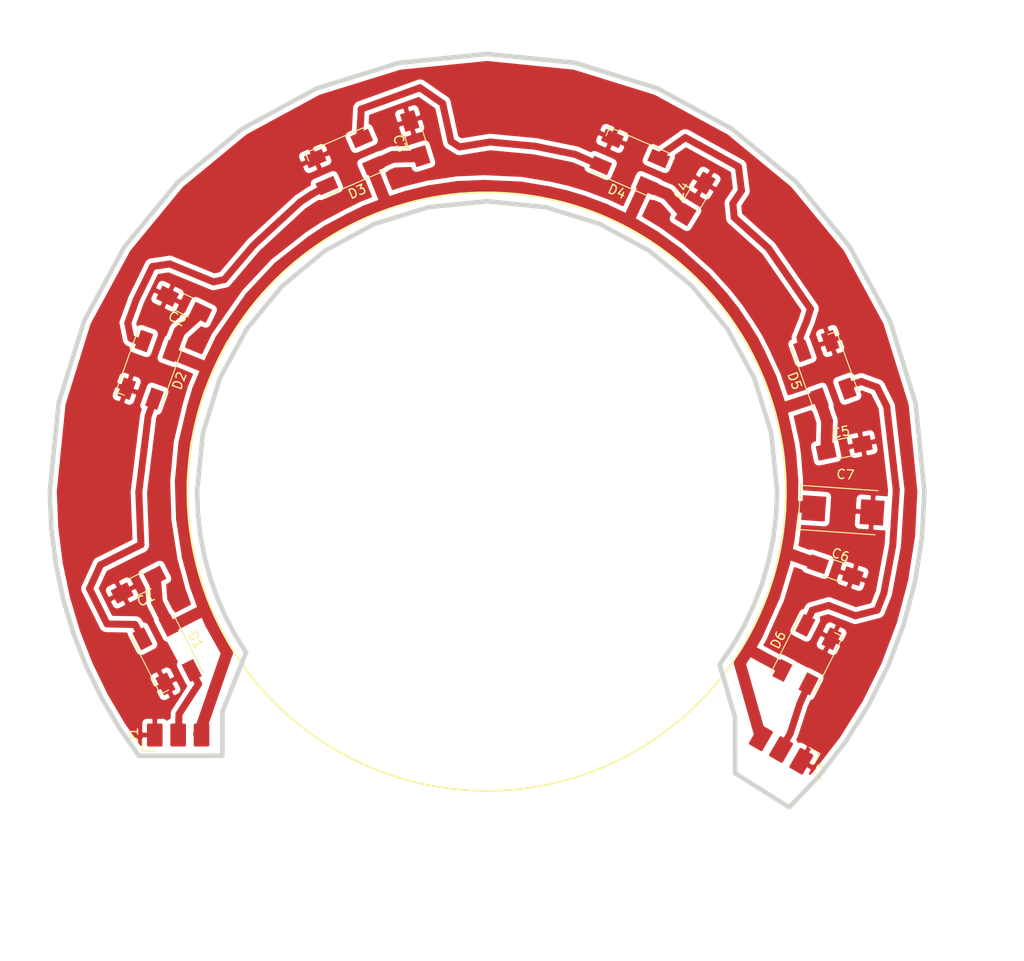
<source format=kicad_pcb>
(kicad_pcb (version 20171130) (host pcbnew "(5.0.0)")

  (general
    (thickness 0.8)
    (drawings 74)
    (tracks 124)
    (zones 0)
    (modules 15)
    (nets 10)
  )

  (page A4)
  (layers
    (0 F.Cu signal)
    (31 B.Cu signal)
    (32 B.Adhes user)
    (33 F.Adhes user)
    (34 B.Paste user)
    (35 F.Paste user)
    (36 B.SilkS user)
    (37 F.SilkS user)
    (38 B.Mask user)
    (39 F.Mask user)
    (40 Dwgs.User user)
    (41 Cmts.User user)
    (42 Eco1.User user)
    (43 Eco2.User user)
    (44 Edge.Cuts user)
    (45 Margin user)
    (46 B.CrtYd user)
    (47 F.CrtYd user)
    (48 B.Fab user)
    (49 F.Fab user)
  )

  (setup
    (last_trace_width 1.27)
    (user_trace_width 0.254)
    (user_trace_width 0.508)
    (user_trace_width 0.762)
    (user_trace_width 1.27)
    (user_trace_width 2.032)
    (user_trace_width 2.54)
    (user_trace_width 3.81)
    (user_trace_width 5.08)
    (trace_clearance 0.5)
    (zone_clearance 0.508)
    (zone_45_only no)
    (trace_min 0.25)
    (segment_width 0.2)
    (edge_width 0.25)
    (via_size 0.6)
    (via_drill 0.4)
    (via_min_size 0.4)
    (via_min_drill 0.3)
    (uvia_size 0.3)
    (uvia_drill 0.1)
    (uvias_allowed no)
    (uvia_min_size 0.2)
    (uvia_min_drill 0.1)
    (pcb_text_width 0.3)
    (pcb_text_size 1.5 1.5)
    (mod_edge_width 0.15)
    (mod_text_size 1 1)
    (mod_text_width 0.15)
    (pad_size 1.524 1.524)
    (pad_drill 0.762)
    (pad_to_mask_clearance 0.2)
    (aux_axis_origin 0 0)
    (visible_elements 7FFFFFFF)
    (pcbplotparams
      (layerselection 0x00000_7fffffff)
      (usegerberextensions false)
      (usegerberattributes false)
      (usegerberadvancedattributes false)
      (creategerberjobfile false)
      (excludeedgelayer false)
      (linewidth 0.050000)
      (plotframeref false)
      (viasonmask false)
      (mode 1)
      (useauxorigin false)
      (hpglpennumber 1)
      (hpglpenspeed 20)
      (hpglpendiameter 15.000000)
      (psnegative false)
      (psa4output false)
      (plotreference true)
      (plotvalue true)
      (plotinvisibletext false)
      (padsonsilk false)
      (subtractmaskfromsilk false)
      (outputformat 5)
      (mirror false)
      (drillshape 1)
      (scaleselection 1)
      (outputdirectory ""))
  )

  (net 0 "")
  (net 1 VCC)
  (net 2 GND)
  (net 3 "Net-(D1-Pad4)")
  (net 4 "Net-(D1-Pad2)")
  (net 5 "Net-(D2-Pad2)")
  (net 6 "Net-(D3-Pad2)")
  (net 7 "Net-(D4-Pad2)")
  (net 8 "Net-(D5-Pad2)")
  (net 9 "Net-(D6-Pad2)")

  (net_class Default "This is the default net class."
    (clearance 0.5)
    (trace_width 0.25)
    (via_dia 0.6)
    (via_drill 0.4)
    (uvia_dia 0.3)
    (uvia_drill 0.1)
    (add_net GND)
    (add_net "Net-(D1-Pad2)")
    (add_net "Net-(D1-Pad4)")
    (add_net "Net-(D2-Pad2)")
    (add_net "Net-(D3-Pad2)")
    (add_net "Net-(D4-Pad2)")
    (add_net "Net-(D5-Pad2)")
    (add_net "Net-(D6-Pad2)")
    (add_net VCC)
  )

  (module Capacitors_Tantalum_SMD:CP_Tantalum_Case-D_EIA-7343-31_Reflow (layer F.Cu) (tedit 58CC8C08) (tstamp 5B73813B)
    (at 121.51 82.89 356)
    (descr "Tantalum capacitor, Case D, EIA 7343-31, 7.3x4.3x2.8mm, Reflow soldering footprint")
    (tags "capacitor tantalum smd")
    (path /5B72A695)
    (attr smd)
    (fp_text reference C7 (at 0 -3.9 356) (layer F.SilkS)
      (effects (font (size 1 1) (thickness 0.15)))
    )
    (fp_text value "10 uF" (at 0 3.9 356) (layer F.Fab)
      (effects (font (size 1 1) (thickness 0.15)))
    )
    (fp_line (start -4.75 -2.4) (end -4.75 2.4) (layer F.SilkS) (width 0.12))
    (fp_line (start -4.75 2.4) (end 3.65 2.4) (layer F.SilkS) (width 0.12))
    (fp_line (start -4.75 -2.4) (end 3.65 -2.4) (layer F.SilkS) (width 0.12))
    (fp_line (start -2.555 -2.15) (end -2.555 2.15) (layer F.Fab) (width 0.1))
    (fp_line (start -2.92 -2.15) (end -2.92 2.15) (layer F.Fab) (width 0.1))
    (fp_line (start 3.65 -2.15) (end -3.65 -2.15) (layer F.Fab) (width 0.1))
    (fp_line (start 3.65 2.15) (end 3.65 -2.15) (layer F.Fab) (width 0.1))
    (fp_line (start -3.65 2.15) (end 3.65 2.15) (layer F.Fab) (width 0.1))
    (fp_line (start -3.65 -2.15) (end -3.65 2.15) (layer F.Fab) (width 0.1))
    (fp_line (start 4.85 -2.5) (end -4.85 -2.5) (layer F.CrtYd) (width 0.05))
    (fp_line (start 4.85 2.5) (end 4.85 -2.5) (layer F.CrtYd) (width 0.05))
    (fp_line (start -4.85 2.5) (end 4.85 2.5) (layer F.CrtYd) (width 0.05))
    (fp_line (start -4.85 -2.5) (end -4.85 2.5) (layer F.CrtYd) (width 0.05))
    (fp_text user %R (at 0 0 356) (layer F.Fab)
      (effects (font (size 1 1) (thickness 0.15)))
    )
    (pad 2 smd rect (at 3.175 0 356) (size 2.55 2.7) (layers F.Cu F.Paste F.Mask)
      (net 2 GND))
    (pad 1 smd rect (at -3.175 0 356) (size 2.55 2.7) (layers F.Cu F.Paste F.Mask)
      (net 1 VCC))
    (model Capacitors_Tantalum_SMD.3dshapes/CP_Tantalum_Case-D_EIA-7343-31.wrl
      (at (xyz 0 0 0))
      (scale (xyz 1 1 1))
      (rotate (xyz 0 0 0))
    )
  )

  (module "Frickelbude Connectors:wire_solder_pads_1x03_2.5x1.7mm_Pitch2.54mm" (layer F.Cu) (tedit 5B708590) (tstamp 5B70EC54)
    (at 116.9924 110.1344 240)
    (descr "Wire soldering pads, 1x03, 2.54mm pitch, single row")
    (tags "Wire soldering pads 1x03 2.54mm single row")
    (path /5B65DC37)
    (fp_text reference J2 (at 0 -2.33 240) (layer F.SilkS)
      (effects (font (size 1 1) (thickness 0.15)))
    )
    (fp_text value OUT (at 0 7.41 240) (layer F.Fab)
      (effects (font (size 1 1) (thickness 0.15)))
    )
    (fp_line (start -0.75 -1.25) (end 1.525 -1.25) (layer F.Fab) (width 0.1))
    (fp_line (start 1.525 -1.25) (end 1.525 6.35) (layer F.Fab) (width 0.1))
    (fp_line (start 1.525 6.35) (end -1.55 6.35) (layer F.Fab) (width 0.1))
    (fp_line (start -1.55 6.35) (end -1.55 -0.635) (layer F.Fab) (width 0.1))
    (fp_line (start -1.55 -0.65) (end -0.75 -1.25) (layer F.Fab) (width 0.1))
    (fp_line (start -1.725 0.005) (end -1.725 -1.35) (layer F.SilkS) (width 0.12))
    (fp_line (start -1.725 -1.35) (end -0.525 -1.35) (layer F.SilkS) (width 0.12))
    (fp_line (start -2 -1.8) (end -2 6.85) (layer F.CrtYd) (width 0.05))
    (fp_line (start -2 6.85) (end 2 6.85) (layer F.CrtYd) (width 0.05))
    (fp_line (start 2 6.85) (end 2 -1.8) (layer F.CrtYd) (width 0.05))
    (fp_line (start 2 -1.8) (end -2 -1.8) (layer F.CrtYd) (width 0.05))
    (fp_text user %R (at 0 2.54 330) (layer F.Fab)
      (effects (font (size 1 1) (thickness 0.15)))
    )
    (pad 1 connect roundrect (at 0 0 240) (size 2.5 1.7) (layers F.Cu F.Mask) (roundrect_rratio 0.1)
      (net 2 GND))
    (pad 2 connect roundrect (at 0 2.54 240) (size 2.5 1.7) (layers F.Cu F.Mask) (roundrect_rratio 0.1)
      (net 9 "Net-(D6-Pad2)"))
    (pad 3 connect roundrect (at 0 5.08 240) (size 2.5 1.7) (layers F.Cu F.Mask) (roundrect_rratio 0.1)
      (net 1 VCC))
  )

  (module "Frickelbude Connectors:wire_solder_pads_1x03_2.5x1.7mm_Pitch2.54mm" (layer F.Cu) (tedit 5B708590) (tstamp 5B70EC42)
    (at 46.7614 107.2896 90)
    (descr "Wire soldering pads, 1x03, 2.54mm pitch, single row")
    (tags "Wire soldering pads 1x03 2.54mm single row")
    (path /5B65D5E7)
    (fp_text reference J1 (at 0 -2.33 90) (layer F.SilkS)
      (effects (font (size 1 1) (thickness 0.15)))
    )
    (fp_text value IN (at 0 7.41 90) (layer F.Fab)
      (effects (font (size 1 1) (thickness 0.15)))
    )
    (fp_text user %R (at 0 2.54 180) (layer F.Fab)
      (effects (font (size 1 1) (thickness 0.15)))
    )
    (fp_line (start 2 -1.8) (end -2 -1.8) (layer F.CrtYd) (width 0.05))
    (fp_line (start 2 6.85) (end 2 -1.8) (layer F.CrtYd) (width 0.05))
    (fp_line (start -2 6.85) (end 2 6.85) (layer F.CrtYd) (width 0.05))
    (fp_line (start -2 -1.8) (end -2 6.85) (layer F.CrtYd) (width 0.05))
    (fp_line (start -1.725 -1.35) (end -0.525 -1.35) (layer F.SilkS) (width 0.12))
    (fp_line (start -1.725 0.005) (end -1.725 -1.35) (layer F.SilkS) (width 0.12))
    (fp_line (start -1.55 -0.65) (end -0.75 -1.25) (layer F.Fab) (width 0.1))
    (fp_line (start -1.55 6.35) (end -1.55 -0.635) (layer F.Fab) (width 0.1))
    (fp_line (start 1.525 6.35) (end -1.55 6.35) (layer F.Fab) (width 0.1))
    (fp_line (start 1.525 -1.25) (end 1.525 6.35) (layer F.Fab) (width 0.1))
    (fp_line (start -0.75 -1.25) (end 1.525 -1.25) (layer F.Fab) (width 0.1))
    (pad 3 connect roundrect (at 0 5.08 90) (size 2.5 1.7) (layers F.Cu F.Mask) (roundrect_rratio 0.1)
      (net 1 VCC))
    (pad 2 connect roundrect (at 0 2.54 90) (size 2.5 1.7) (layers F.Cu F.Mask) (roundrect_rratio 0.1)
      (net 3 "Net-(D1-Pad4)"))
    (pad 1 connect roundrect (at 0 0 90) (size 2.5 1.7) (layers F.Cu F.Mask) (roundrect_rratio 0.1)
      (net 2 GND))
  )

  (module "Sparkfun LEDs:LED_WS2812B-PLCC4_HandSoldering" (layer F.Cu) (tedit 5B688BAD) (tstamp 5B68CCAC)
    (at 98.35 45.05 156.6)
    (descr http://www.world-semi.com/uploads/soft/150522/1-150522091P5.pdf)
    (tags "LED NeoPixel")
    (path /5B65C458)
    (attr smd)
    (fp_text reference D4 (at 0 -3.5 156.6) (layer F.SilkS)
      (effects (font (size 1 1) (thickness 0.15)))
    )
    (fp_text value WS2812B (at 0 4 156.6) (layer F.Fab)
      (effects (font (size 1 1) (thickness 0.15)))
    )
    (fp_line (start 3.75 -2.85) (end -3.75 -2.85) (layer F.CrtYd) (width 0.05))
    (fp_line (start 3.75 2.85) (end 3.75 -2.85) (layer F.CrtYd) (width 0.05))
    (fp_line (start -3.75 2.85) (end 3.75 2.85) (layer F.CrtYd) (width 0.05))
    (fp_line (start -3.75 -2.85) (end -3.75 2.85) (layer F.CrtYd) (width 0.05))
    (fp_line (start 2.5 1.5) (end 1.5 2.5) (layer F.Fab) (width 0.1))
    (fp_line (start -2.5 -2.5) (end -2.5 2.5) (layer F.Fab) (width 0.1))
    (fp_line (start -2.5 2.5) (end 2.5 2.5) (layer F.Fab) (width 0.1))
    (fp_line (start 2.5 2.5) (end 2.5 -2.5) (layer F.Fab) (width 0.1))
    (fp_line (start 2.5 -2.5) (end -2.5 -2.5) (layer F.Fab) (width 0.1))
    (fp_line (start -3.5 -2.6) (end 3.5 -2.6) (layer F.SilkS) (width 0.12))
    (fp_line (start -3.5 2.6) (end 3.5 2.6) (layer F.SilkS) (width 0.12))
    (fp_line (start 3.5 2.6) (end 3.5 1.6) (layer F.SilkS) (width 0.12))
    (fp_circle (center 0 0) (end 0 -2) (layer F.Fab) (width 0.1))
    (pad 3 smd rect (at 2.5 1.6 156.6) (size 2.1 1.4) (drill (offset 0.25 0)) (layers F.Cu F.Paste F.Mask)
      (net 2 GND))
    (pad 4 smd rect (at 2.5 -1.6 156.6) (size 2.1 1.4) (drill (offset 0.25 0)) (layers F.Cu F.Paste F.Mask)
      (net 6 "Net-(D3-Pad2)"))
    (pad 2 smd rect (at -2.5 1.6 156.6) (size 2.1 1.4) (drill (offset -0.25 0)) (layers F.Cu F.Paste F.Mask)
      (net 7 "Net-(D4-Pad2)"))
    (pad 1 smd rect (at -2.5 -1.6 156.6) (size 2.1 1.4) (drill (offset -0.25 0)) (layers F.Cu F.Paste F.Mask)
      (net 1 VCC))
    (model ${KISYS3DMOD}/LEDs.3dshapes/LED_WS2812B-PLCC4.wrl
      (at (xyz 0 0 0))
      (scale (xyz 0.39 0.39 0.39))
      (rotate (xyz 0 0 180))
    )
  )

  (module "Sparkfun LEDs:LED_WS2812B-PLCC4_HandSoldering" (layer F.Cu) (tedit 5B688BAD) (tstamp 5B68CCC0)
    (at 119.55 67.625 109.8)
    (descr http://www.world-semi.com/uploads/soft/150522/1-150522091P5.pdf)
    (tags "LED NeoPixel")
    (path /5B65C4D0)
    (attr smd)
    (fp_text reference D5 (at 0 -3.5 109.8) (layer F.SilkS)
      (effects (font (size 1 1) (thickness 0.15)))
    )
    (fp_text value WS2812B (at 0 4 109.8) (layer F.Fab)
      (effects (font (size 1 1) (thickness 0.15)))
    )
    (fp_circle (center 0 0) (end 0 -2) (layer F.Fab) (width 0.1))
    (fp_line (start 3.5 2.6) (end 3.5 1.6) (layer F.SilkS) (width 0.12))
    (fp_line (start -3.5 2.6) (end 3.5 2.6) (layer F.SilkS) (width 0.12))
    (fp_line (start -3.5 -2.6) (end 3.5 -2.6) (layer F.SilkS) (width 0.12))
    (fp_line (start 2.5 -2.5) (end -2.5 -2.5) (layer F.Fab) (width 0.1))
    (fp_line (start 2.5 2.5) (end 2.5 -2.5) (layer F.Fab) (width 0.1))
    (fp_line (start -2.5 2.5) (end 2.5 2.5) (layer F.Fab) (width 0.1))
    (fp_line (start -2.5 -2.5) (end -2.5 2.5) (layer F.Fab) (width 0.1))
    (fp_line (start 2.5 1.5) (end 1.5 2.5) (layer F.Fab) (width 0.1))
    (fp_line (start -3.75 -2.85) (end -3.75 2.85) (layer F.CrtYd) (width 0.05))
    (fp_line (start -3.75 2.85) (end 3.75 2.85) (layer F.CrtYd) (width 0.05))
    (fp_line (start 3.75 2.85) (end 3.75 -2.85) (layer F.CrtYd) (width 0.05))
    (fp_line (start 3.75 -2.85) (end -3.75 -2.85) (layer F.CrtYd) (width 0.05))
    (pad 1 smd rect (at -2.500001 -1.6 109.8) (size 2.1 1.4) (drill (offset -0.25 0)) (layers F.Cu F.Paste F.Mask)
      (net 1 VCC))
    (pad 2 smd rect (at -2.5 1.6 109.8) (size 2.1 1.4) (drill (offset -0.25 0)) (layers F.Cu F.Paste F.Mask)
      (net 8 "Net-(D5-Pad2)"))
    (pad 4 smd rect (at 2.5 -1.6 109.8) (size 2.1 1.4) (drill (offset 0.25 0)) (layers F.Cu F.Paste F.Mask)
      (net 7 "Net-(D4-Pad2)"))
    (pad 3 smd rect (at 2.500001 1.6 109.8) (size 2.1 1.4) (drill (offset 0.25 0)) (layers F.Cu F.Paste F.Mask)
      (net 2 GND))
    (model ${KISYS3DMOD}/LEDs.3dshapes/LED_WS2812B-PLCC4.wrl
      (at (xyz 0 0 0))
      (scale (xyz 0.39 0.39 0.39))
      (rotate (xyz 0 0 180))
    )
  )

  (module "Sparkfun LEDs:LED_WS2812B-PLCC4_HandSoldering" (layer F.Cu) (tedit 5B688BAD) (tstamp 5B68CCD4)
    (at 117.6 98.55 63)
    (descr http://www.world-semi.com/uploads/soft/150522/1-150522091P5.pdf)
    (tags "LED NeoPixel")
    (path /5B65C5FD)
    (attr smd)
    (fp_text reference D6 (at 0 -3.5 63) (layer F.SilkS)
      (effects (font (size 1 1) (thickness 0.15)))
    )
    (fp_text value WS2812B (at 0 4 63) (layer F.Fab)
      (effects (font (size 1 1) (thickness 0.15)))
    )
    (fp_line (start 3.75 -2.85) (end -3.75 -2.85) (layer F.CrtYd) (width 0.05))
    (fp_line (start 3.75 2.85) (end 3.75 -2.85) (layer F.CrtYd) (width 0.05))
    (fp_line (start -3.75 2.85) (end 3.75 2.85) (layer F.CrtYd) (width 0.05))
    (fp_line (start -3.75 -2.85) (end -3.75 2.85) (layer F.CrtYd) (width 0.05))
    (fp_line (start 2.5 1.5) (end 1.5 2.5) (layer F.Fab) (width 0.1))
    (fp_line (start -2.5 -2.5) (end -2.5 2.5) (layer F.Fab) (width 0.1))
    (fp_line (start -2.5 2.5) (end 2.5 2.5) (layer F.Fab) (width 0.1))
    (fp_line (start 2.5 2.5) (end 2.5 -2.5) (layer F.Fab) (width 0.1))
    (fp_line (start 2.5 -2.5) (end -2.5 -2.5) (layer F.Fab) (width 0.1))
    (fp_line (start -3.5 -2.6) (end 3.5 -2.6) (layer F.SilkS) (width 0.12))
    (fp_line (start -3.5 2.6) (end 3.5 2.6) (layer F.SilkS) (width 0.12))
    (fp_line (start 3.5 2.6) (end 3.5 1.6) (layer F.SilkS) (width 0.12))
    (fp_circle (center 0 0) (end 0 -2) (layer F.Fab) (width 0.1))
    (pad 3 smd rect (at 2.500001 1.6 63) (size 2.1 1.4) (drill (offset 0.25 0)) (layers F.Cu F.Paste F.Mask)
      (net 2 GND))
    (pad 4 smd rect (at 2.5 -1.6 63) (size 2.1 1.4) (drill (offset 0.25 0)) (layers F.Cu F.Paste F.Mask)
      (net 8 "Net-(D5-Pad2)"))
    (pad 2 smd rect (at -2.5 1.6 63) (size 2.1 1.4) (drill (offset -0.25 0)) (layers F.Cu F.Paste F.Mask)
      (net 9 "Net-(D6-Pad2)"))
    (pad 1 smd rect (at -2.500001 -1.6 63) (size 2.1 1.4) (drill (offset -0.25 0)) (layers F.Cu F.Paste F.Mask)
      (net 1 VCC))
    (model ${KISYS3DMOD}/LEDs.3dshapes/LED_WS2812B-PLCC4.wrl
      (at (xyz 0 0 0))
      (scale (xyz 0.39 0.39 0.39))
      (rotate (xyz 0 0 180))
    )
  )

  (module "Sparkfun LEDs:LED_WS2812B-PLCC4_HandSoldering" (layer F.Cu) (tedit 5B688BAD) (tstamp 5B68CC98)
    (at 67.35 45.05 203.4)
    (descr http://www.world-semi.com/uploads/soft/150522/1-150522091P5.pdf)
    (tags "LED NeoPixel")
    (path /5B65C419)
    (attr smd)
    (fp_text reference D3 (at 0 -3.5 203.4) (layer F.SilkS)
      (effects (font (size 1 1) (thickness 0.15)))
    )
    (fp_text value WS2812B (at 0 4 203.4) (layer F.Fab)
      (effects (font (size 1 1) (thickness 0.15)))
    )
    (fp_circle (center 0 0) (end 0 -2) (layer F.Fab) (width 0.1))
    (fp_line (start 3.5 2.6) (end 3.5 1.6) (layer F.SilkS) (width 0.12))
    (fp_line (start -3.5 2.6) (end 3.5 2.6) (layer F.SilkS) (width 0.12))
    (fp_line (start -3.5 -2.6) (end 3.5 -2.6) (layer F.SilkS) (width 0.12))
    (fp_line (start 2.5 -2.5) (end -2.5 -2.5) (layer F.Fab) (width 0.1))
    (fp_line (start 2.5 2.5) (end 2.5 -2.5) (layer F.Fab) (width 0.1))
    (fp_line (start -2.5 2.5) (end 2.5 2.5) (layer F.Fab) (width 0.1))
    (fp_line (start -2.5 -2.5) (end -2.5 2.5) (layer F.Fab) (width 0.1))
    (fp_line (start 2.5 1.5) (end 1.5 2.5) (layer F.Fab) (width 0.1))
    (fp_line (start -3.75 -2.85) (end -3.75 2.85) (layer F.CrtYd) (width 0.05))
    (fp_line (start -3.75 2.85) (end 3.75 2.85) (layer F.CrtYd) (width 0.05))
    (fp_line (start 3.75 2.85) (end 3.75 -2.85) (layer F.CrtYd) (width 0.05))
    (fp_line (start 3.75 -2.85) (end -3.75 -2.85) (layer F.CrtYd) (width 0.05))
    (pad 1 smd rect (at -2.5 -1.6 203.4) (size 2.1 1.4) (drill (offset -0.25 0)) (layers F.Cu F.Paste F.Mask)
      (net 1 VCC))
    (pad 2 smd rect (at -2.5 1.6 203.4) (size 2.1 1.4) (drill (offset -0.25 0)) (layers F.Cu F.Paste F.Mask)
      (net 6 "Net-(D3-Pad2)"))
    (pad 4 smd rect (at 2.5 -1.6 203.4) (size 2.1 1.4) (drill (offset 0.25 0)) (layers F.Cu F.Paste F.Mask)
      (net 5 "Net-(D2-Pad2)"))
    (pad 3 smd rect (at 2.5 1.6 203.4) (size 2.1 1.4) (drill (offset 0.25 0)) (layers F.Cu F.Paste F.Mask)
      (net 2 GND))
    (model ${KISYS3DMOD}/LEDs.3dshapes/LED_WS2812B-PLCC4.wrl
      (at (xyz 0 0 0))
      (scale (xyz 0.39 0.39 0.39))
      (rotate (xyz 0 0 180))
    )
  )

  (module "Sparkfun LEDs:LED_WS2812B-PLCC4_HandSoldering" (layer F.Cu) (tedit 5B688BAD) (tstamp 5B68CC84)
    (at 46.15 67.625 250.2)
    (descr http://www.world-semi.com/uploads/soft/150522/1-150522091P5.pdf)
    (tags "LED NeoPixel")
    (path /5B65C3A1)
    (attr smd)
    (fp_text reference D2 (at 0 -3.5 250.2) (layer F.SilkS)
      (effects (font (size 1 1) (thickness 0.15)))
    )
    (fp_text value WS2812B (at 0 4 250.2) (layer F.Fab)
      (effects (font (size 1 1) (thickness 0.15)))
    )
    (fp_line (start 3.75 -2.85) (end -3.75 -2.85) (layer F.CrtYd) (width 0.05))
    (fp_line (start 3.75 2.85) (end 3.75 -2.85) (layer F.CrtYd) (width 0.05))
    (fp_line (start -3.75 2.85) (end 3.75 2.85) (layer F.CrtYd) (width 0.05))
    (fp_line (start -3.75 -2.85) (end -3.75 2.85) (layer F.CrtYd) (width 0.05))
    (fp_line (start 2.5 1.5) (end 1.5 2.5) (layer F.Fab) (width 0.1))
    (fp_line (start -2.5 -2.5) (end -2.5 2.5) (layer F.Fab) (width 0.1))
    (fp_line (start -2.5 2.5) (end 2.5 2.5) (layer F.Fab) (width 0.1))
    (fp_line (start 2.5 2.5) (end 2.5 -2.5) (layer F.Fab) (width 0.1))
    (fp_line (start 2.5 -2.5) (end -2.5 -2.5) (layer F.Fab) (width 0.1))
    (fp_line (start -3.5 -2.6) (end 3.5 -2.6) (layer F.SilkS) (width 0.12))
    (fp_line (start -3.5 2.6) (end 3.5 2.6) (layer F.SilkS) (width 0.12))
    (fp_line (start 3.5 2.6) (end 3.5 1.6) (layer F.SilkS) (width 0.12))
    (fp_circle (center 0 0) (end 0 -2) (layer F.Fab) (width 0.1))
    (pad 3 smd rect (at 2.5 1.6 250.2) (size 2.1 1.4) (drill (offset 0.25 0)) (layers F.Cu F.Paste F.Mask)
      (net 2 GND))
    (pad 4 smd rect (at 2.500001 -1.6 250.2) (size 2.1 1.4) (drill (offset 0.25 0)) (layers F.Cu F.Paste F.Mask)
      (net 4 "Net-(D1-Pad2)"))
    (pad 2 smd rect (at -2.500001 1.6 250.2) (size 2.1 1.4) (drill (offset -0.25 0)) (layers F.Cu F.Paste F.Mask)
      (net 5 "Net-(D2-Pad2)"))
    (pad 1 smd rect (at -2.5 -1.6 250.2) (size 2.1 1.4) (drill (offset -0.25 0)) (layers F.Cu F.Paste F.Mask)
      (net 1 VCC))
    (model ${KISYS3DMOD}/LEDs.3dshapes/LED_WS2812B-PLCC4.wrl
      (at (xyz 0 0 0))
      (scale (xyz 0.39 0.39 0.39))
      (rotate (xyz 0 0 180))
    )
  )

  (module "Sparkfun LEDs:LED_WS2812B-PLCC4_HandSoldering" (layer F.Cu) (tedit 5B688BAD) (tstamp 5B68CC70)
    (at 48.1 98.552 297)
    (descr http://www.world-semi.com/uploads/soft/150522/1-150522091P5.pdf)
    (tags "LED NeoPixel")
    (path /5B65C2B8)
    (attr smd)
    (fp_text reference D1 (at 0 -3.5 297) (layer F.SilkS)
      (effects (font (size 1 1) (thickness 0.15)))
    )
    (fp_text value WS2812B (at 0 4 297) (layer F.Fab)
      (effects (font (size 1 1) (thickness 0.15)))
    )
    (fp_circle (center 0 0) (end 0 -2) (layer F.Fab) (width 0.1))
    (fp_line (start 3.5 2.6) (end 3.5 1.6) (layer F.SilkS) (width 0.12))
    (fp_line (start -3.5 2.6) (end 3.5 2.6) (layer F.SilkS) (width 0.12))
    (fp_line (start -3.5 -2.6) (end 3.5 -2.6) (layer F.SilkS) (width 0.12))
    (fp_line (start 2.5 -2.5) (end -2.5 -2.5) (layer F.Fab) (width 0.1))
    (fp_line (start 2.5 2.5) (end 2.5 -2.5) (layer F.Fab) (width 0.1))
    (fp_line (start -2.5 2.5) (end 2.5 2.5) (layer F.Fab) (width 0.1))
    (fp_line (start -2.5 -2.5) (end -2.5 2.5) (layer F.Fab) (width 0.1))
    (fp_line (start 2.5 1.5) (end 1.5 2.5) (layer F.Fab) (width 0.1))
    (fp_line (start -3.75 -2.85) (end -3.75 2.85) (layer F.CrtYd) (width 0.05))
    (fp_line (start -3.75 2.85) (end 3.75 2.85) (layer F.CrtYd) (width 0.05))
    (fp_line (start 3.75 2.85) (end 3.75 -2.85) (layer F.CrtYd) (width 0.05))
    (fp_line (start 3.75 -2.85) (end -3.75 -2.85) (layer F.CrtYd) (width 0.05))
    (pad 1 smd rect (at -2.5 -1.6 297) (size 2.1 1.4) (drill (offset -0.25 0)) (layers F.Cu F.Paste F.Mask)
      (net 1 VCC))
    (pad 2 smd rect (at -2.500001 1.6 297) (size 2.1 1.4) (drill (offset -0.25 0)) (layers F.Cu F.Paste F.Mask)
      (net 4 "Net-(D1-Pad2)"))
    (pad 4 smd rect (at 2.500001 -1.6 297) (size 2.1 1.4) (drill (offset 0.25 0)) (layers F.Cu F.Paste F.Mask)
      (net 3 "Net-(D1-Pad4)"))
    (pad 3 smd rect (at 2.5 1.6 297) (size 2.1 1.4) (drill (offset 0.25 0)) (layers F.Cu F.Paste F.Mask)
      (net 2 GND))
    (model ${KISYS3DMOD}/LEDs.3dshapes/LED_WS2812B-PLCC4.wrl
      (at (xyz 0 0 0))
      (scale (xyz 0.39 0.39 0.39))
      (rotate (xyz 0 0 180))
    )
  )

  (module Capacitors_SMD:C_1206_HandSoldering (layer F.Cu) (tedit 58AA84D1) (tstamp 5B65DF17)
    (at 105.45 49.05 58.6)
    (descr "Capacitor SMD 1206, hand soldering")
    (tags "capacitor 1206")
    (path /5B65BBF3)
    (attr smd)
    (fp_text reference C4 (at 0 -1.75 58.6) (layer F.SilkS)
      (effects (font (size 1 1) (thickness 0.15)))
    )
    (fp_text value 0.1 (at 0 2 58.6) (layer F.Fab)
      (effects (font (size 1 1) (thickness 0.15)))
    )
    (fp_text user %R (at 0 -1.75 58.6) (layer F.Fab)
      (effects (font (size 1 1) (thickness 0.15)))
    )
    (fp_line (start -1.6 0.8) (end -1.6 -0.8) (layer F.Fab) (width 0.1))
    (fp_line (start 1.6 0.8) (end -1.6 0.8) (layer F.Fab) (width 0.1))
    (fp_line (start 1.6 -0.8) (end 1.6 0.8) (layer F.Fab) (width 0.1))
    (fp_line (start -1.6 -0.8) (end 1.6 -0.8) (layer F.Fab) (width 0.1))
    (fp_line (start 1 -1.02) (end -1 -1.02) (layer F.SilkS) (width 0.12))
    (fp_line (start -1 1.02) (end 1 1.02) (layer F.SilkS) (width 0.12))
    (fp_line (start -3.25 -1.05) (end 3.25 -1.05) (layer F.CrtYd) (width 0.05))
    (fp_line (start -3.25 -1.05) (end -3.25 1.05) (layer F.CrtYd) (width 0.05))
    (fp_line (start 3.25 1.05) (end 3.25 -1.05) (layer F.CrtYd) (width 0.05))
    (fp_line (start 3.25 1.05) (end -3.25 1.05) (layer F.CrtYd) (width 0.05))
    (pad 1 smd rect (at -2 0 58.6) (size 2 1.6) (layers F.Cu F.Paste F.Mask)
      (net 1 VCC))
    (pad 2 smd rect (at 2 0 58.6) (size 2 1.6) (layers F.Cu F.Paste F.Mask)
      (net 2 GND))
    (model Capacitors_SMD.3dshapes/C_1206.wrl
      (at (xyz 0 0 0))
      (scale (xyz 1 1 1))
      (rotate (xyz 0 0 0))
    )
  )

  (module Capacitors_SMD:C_1206_HandSoldering (layer F.Cu) (tedit 58AA84D1) (tstamp 5B65DF23)
    (at 120.6754 89.3826 341)
    (descr "Capacitor SMD 1206, hand soldering")
    (tags "capacitor 1206")
    (path /5B65BC56)
    (attr smd)
    (fp_text reference C6 (at 0 -1.75 341) (layer F.SilkS)
      (effects (font (size 1 1) (thickness 0.15)))
    )
    (fp_text value 0.1 (at 0 2 341) (layer F.Fab)
      (effects (font (size 1 1) (thickness 0.15)))
    )
    (fp_text user %R (at 0 -1.75 341) (layer F.Fab)
      (effects (font (size 1 1) (thickness 0.15)))
    )
    (fp_line (start -1.6 0.8) (end -1.6 -0.8) (layer F.Fab) (width 0.1))
    (fp_line (start 1.6 0.8) (end -1.6 0.8) (layer F.Fab) (width 0.1))
    (fp_line (start 1.6 -0.8) (end 1.6 0.8) (layer F.Fab) (width 0.1))
    (fp_line (start -1.6 -0.8) (end 1.6 -0.8) (layer F.Fab) (width 0.1))
    (fp_line (start 1 -1.02) (end -1 -1.02) (layer F.SilkS) (width 0.12))
    (fp_line (start -1 1.02) (end 1 1.02) (layer F.SilkS) (width 0.12))
    (fp_line (start -3.25 -1.05) (end 3.25 -1.05) (layer F.CrtYd) (width 0.05))
    (fp_line (start -3.25 -1.05) (end -3.25 1.05) (layer F.CrtYd) (width 0.05))
    (fp_line (start 3.25 1.05) (end 3.25 -1.05) (layer F.CrtYd) (width 0.05))
    (fp_line (start 3.25 1.05) (end -3.25 1.05) (layer F.CrtYd) (width 0.05))
    (pad 1 smd rect (at -2 0 341) (size 2 1.6) (layers F.Cu F.Paste F.Mask)
      (net 1 VCC))
    (pad 2 smd rect (at 2 0 341) (size 2 1.6) (layers F.Cu F.Paste F.Mask)
      (net 2 GND))
    (model Capacitors_SMD.3dshapes/C_1206.wrl
      (at (xyz 0 0 0))
      (scale (xyz 1 1 1))
      (rotate (xyz 0 0 0))
    )
  )

  (module Capacitors_SMD:C_1206_HandSoldering (layer F.Cu) (tedit 58AA84D1) (tstamp 5B65DF05)
    (at 45 90.95 207)
    (descr "Capacitor SMD 1206, hand soldering")
    (tags "capacitor 1206")
    (path /5B65B9F4)
    (attr smd)
    (fp_text reference C1 (at 0 -1.75 207) (layer F.SilkS)
      (effects (font (size 1 1) (thickness 0.15)))
    )
    (fp_text value 0.1 (at 0 2 207) (layer F.Fab)
      (effects (font (size 1 1) (thickness 0.15)))
    )
    (fp_text user %R (at 0 -1.75 207) (layer F.Fab)
      (effects (font (size 1 1) (thickness 0.15)))
    )
    (fp_line (start -1.6 0.8) (end -1.6 -0.8) (layer F.Fab) (width 0.1))
    (fp_line (start 1.6 0.8) (end -1.6 0.8) (layer F.Fab) (width 0.1))
    (fp_line (start 1.6 -0.8) (end 1.6 0.8) (layer F.Fab) (width 0.1))
    (fp_line (start -1.6 -0.8) (end 1.6 -0.8) (layer F.Fab) (width 0.1))
    (fp_line (start 1 -1.02) (end -1 -1.02) (layer F.SilkS) (width 0.12))
    (fp_line (start -1 1.02) (end 1 1.02) (layer F.SilkS) (width 0.12))
    (fp_line (start -3.25 -1.05) (end 3.25 -1.05) (layer F.CrtYd) (width 0.05))
    (fp_line (start -3.25 -1.05) (end -3.25 1.05) (layer F.CrtYd) (width 0.05))
    (fp_line (start 3.25 1.05) (end 3.25 -1.05) (layer F.CrtYd) (width 0.05))
    (fp_line (start 3.25 1.05) (end -3.25 1.05) (layer F.CrtYd) (width 0.05))
    (pad 1 smd rect (at -2 0 207) (size 2 1.6) (layers F.Cu F.Paste F.Mask)
      (net 1 VCC))
    (pad 2 smd rect (at 2 0 207) (size 2 1.6) (layers F.Cu F.Paste F.Mask)
      (net 2 GND))
    (model Capacitors_SMD.3dshapes/C_1206.wrl
      (at (xyz 0 0 0))
      (scale (xyz 1 1 1))
      (rotate (xyz 0 0 0))
    )
  )

  (module Capacitors_SMD:C_1206_HandSoldering (layer F.Cu) (tedit 58AA84D1) (tstamp 5B65DF0B)
    (at 49.95 60.5 154.2)
    (descr "Capacitor SMD 1206, hand soldering")
    (tags "capacitor 1206")
    (path /5B65BBAA)
    (attr smd)
    (fp_text reference C2 (at 0 -1.75 154.2) (layer F.SilkS)
      (effects (font (size 1 1) (thickness 0.15)))
    )
    (fp_text value 0.1 (at 0 2 154.2) (layer F.Fab)
      (effects (font (size 1 1) (thickness 0.15)))
    )
    (fp_text user %R (at 0 -1.75 154.2) (layer F.Fab)
      (effects (font (size 1 1) (thickness 0.15)))
    )
    (fp_line (start -1.6 0.8) (end -1.6 -0.8) (layer F.Fab) (width 0.1))
    (fp_line (start 1.6 0.8) (end -1.6 0.8) (layer F.Fab) (width 0.1))
    (fp_line (start 1.6 -0.8) (end 1.6 0.8) (layer F.Fab) (width 0.1))
    (fp_line (start -1.6 -0.8) (end 1.6 -0.8) (layer F.Fab) (width 0.1))
    (fp_line (start 1 -1.02) (end -1 -1.02) (layer F.SilkS) (width 0.12))
    (fp_line (start -1 1.02) (end 1 1.02) (layer F.SilkS) (width 0.12))
    (fp_line (start -3.25 -1.05) (end 3.25 -1.05) (layer F.CrtYd) (width 0.05))
    (fp_line (start -3.25 -1.05) (end -3.25 1.05) (layer F.CrtYd) (width 0.05))
    (fp_line (start 3.25 1.05) (end 3.25 -1.05) (layer F.CrtYd) (width 0.05))
    (fp_line (start 3.25 1.05) (end -3.25 1.05) (layer F.CrtYd) (width 0.05))
    (pad 1 smd rect (at -2 0 154.2) (size 2 1.6) (layers F.Cu F.Paste F.Mask)
      (net 1 VCC))
    (pad 2 smd rect (at 2 0 154.2) (size 2 1.6) (layers F.Cu F.Paste F.Mask)
      (net 2 GND))
    (model Capacitors_SMD.3dshapes/C_1206.wrl
      (at (xyz 0 0 0))
      (scale (xyz 1 1 1))
      (rotate (xyz 0 0 0))
    )
  )

  (module Capacitors_SMD:C_1206_HandSoldering (layer F.Cu) (tedit 58AA84D1) (tstamp 5B65DF11)
    (at 75.05 42.5 107.4)
    (descr "Capacitor SMD 1206, hand soldering")
    (tags "capacitor 1206")
    (path /5B65BBCE)
    (attr smd)
    (fp_text reference C3 (at 0 -1.75 107.4) (layer F.SilkS)
      (effects (font (size 1 1) (thickness 0.15)))
    )
    (fp_text value 0.1 (at 0 2 107.4) (layer F.Fab)
      (effects (font (size 1 1) (thickness 0.15)))
    )
    (fp_text user %R (at 0 -1.75 107.4) (layer F.Fab)
      (effects (font (size 1 1) (thickness 0.15)))
    )
    (fp_line (start -1.6 0.8) (end -1.6 -0.8) (layer F.Fab) (width 0.1))
    (fp_line (start 1.6 0.8) (end -1.6 0.8) (layer F.Fab) (width 0.1))
    (fp_line (start 1.6 -0.8) (end 1.6 0.8) (layer F.Fab) (width 0.1))
    (fp_line (start -1.6 -0.8) (end 1.6 -0.8) (layer F.Fab) (width 0.1))
    (fp_line (start 1 -1.02) (end -1 -1.02) (layer F.SilkS) (width 0.12))
    (fp_line (start -1 1.02) (end 1 1.02) (layer F.SilkS) (width 0.12))
    (fp_line (start -3.25 -1.05) (end 3.25 -1.05) (layer F.CrtYd) (width 0.05))
    (fp_line (start -3.25 -1.05) (end -3.25 1.05) (layer F.CrtYd) (width 0.05))
    (fp_line (start 3.25 1.05) (end 3.25 -1.05) (layer F.CrtYd) (width 0.05))
    (fp_line (start 3.25 1.05) (end -3.25 1.05) (layer F.CrtYd) (width 0.05))
    (pad 1 smd rect (at -2 0 107.4) (size 2 1.6) (layers F.Cu F.Paste F.Mask)
      (net 1 VCC))
    (pad 2 smd rect (at 2 0 107.4) (size 2 1.6) (layers F.Cu F.Paste F.Mask)
      (net 2 GND))
    (model Capacitors_SMD.3dshapes/C_1206.wrl
      (at (xyz 0 0 0))
      (scale (xyz 1 1 1))
      (rotate (xyz 0 0 0))
    )
  )

  (module Capacitors_SMD:C_1206_HandSoldering (layer F.Cu) (tedit 58AA84D1) (tstamp 5B65DF1D)
    (at 121.65 76.1 11.8)
    (descr "Capacitor SMD 1206, hand soldering")
    (tags "capacitor 1206")
    (path /5B65BC2D)
    (attr smd)
    (fp_text reference C5 (at 0 -1.75 11.8) (layer F.SilkS)
      (effects (font (size 1 1) (thickness 0.15)))
    )
    (fp_text value 0.1 (at 0 2 11.8) (layer F.Fab)
      (effects (font (size 1 1) (thickness 0.15)))
    )
    (fp_text user %R (at 0 -1.75 11.8) (layer F.Fab)
      (effects (font (size 1 1) (thickness 0.15)))
    )
    (fp_line (start -1.6 0.8) (end -1.6 -0.8) (layer F.Fab) (width 0.1))
    (fp_line (start 1.6 0.8) (end -1.6 0.8) (layer F.Fab) (width 0.1))
    (fp_line (start 1.6 -0.8) (end 1.6 0.8) (layer F.Fab) (width 0.1))
    (fp_line (start -1.6 -0.8) (end 1.6 -0.8) (layer F.Fab) (width 0.1))
    (fp_line (start 1 -1.02) (end -1 -1.02) (layer F.SilkS) (width 0.12))
    (fp_line (start -1 1.02) (end 1 1.02) (layer F.SilkS) (width 0.12))
    (fp_line (start -3.25 -1.05) (end 3.25 -1.05) (layer F.CrtYd) (width 0.05))
    (fp_line (start -3.25 -1.05) (end -3.25 1.05) (layer F.CrtYd) (width 0.05))
    (fp_line (start 3.25 1.05) (end 3.25 -1.05) (layer F.CrtYd) (width 0.05))
    (fp_line (start 3.25 1.05) (end -3.25 1.05) (layer F.CrtYd) (width 0.05))
    (pad 1 smd rect (at -2 0 11.8) (size 2 1.6) (layers F.Cu F.Paste F.Mask)
      (net 1 VCC))
    (pad 2 smd rect (at 2 0 11.8) (size 2 1.6) (layers F.Cu F.Paste F.Mask)
      (net 2 GND))
    (model Capacitors_SMD.3dshapes/C_1206.wrl
      (at (xyz 0 0 0))
      (scale (xyz 1 1 1))
      (rotate (xyz 0 0 0))
    )
  )

  (gr_circle (center 82.812 80.85) (end 115.312 80.85) (layer F.SilkS) (width 0.2))
  (gr_line (start 111.812 93.2306) (end 110.7434 95.4695) (layer Edge.Cuts) (width 0.5))
  (gr_line (start 109.8036 110.3941) (end 109.8036 111.4385) (layer Edge.Cuts) (width 0.5))
  (gr_line (start 114.2488 83.4285) (end 113.9322 85.9891) (layer Edge.Cuts) (width 0.5))
  (gr_line (start 108.114 99.6341) (end 109.8036 105.4303) (layer Edge.Cuts) (width 0.5))
  (gr_line (start 105.1301 58.5347) (end 108.9765 63.1966) (layer Edge.Cuts) (width 0.5))
  (gr_line (start 113.7162 74.4602) (end 114.3562 80.8086) (layer Edge.Cuts) (width 0.5))
  (gr_line (start 113.9322 85.9891) (end 113.4149 88.482) (layer Edge.Cuts) (width 0.5))
  (gr_line (start 109.5079 97.6068) (end 108.114 99.6341) (layer Edge.Cuts) (width 0.5))
  (gr_line (start 111.8808 68.5474) (end 113.7162 74.4602) (layer Edge.Cuts) (width 0.5))
  (gr_line (start 110.7434 95.4695) (end 109.5079 97.6068) (layer Edge.Cuts) (width 0.5))
  (gr_line (start 112.7054 90.8986) (end 111.812 93.2306) (layer Edge.Cuts) (width 0.5))
  (gr_line (start 100.4682 54.6883) (end 105.1301 58.5347) (layer Edge.Cuts) (width 0.5))
  (gr_line (start 95.1174 51.784) (end 100.4682 54.6883) (layer Edge.Cuts) (width 0.5))
  (gr_line (start 113.4149 88.482) (end 112.7054 90.8986) (layer Edge.Cuts) (width 0.5))
  (gr_line (start 109.8036 105.4303) (end 109.8036 109.3054) (layer Edge.Cuts) (width 0.5))
  (gr_line (start 114.3562 80.8086) (end 114.2488 83.4285) (layer Edge.Cuts) (width 0.5))
  (gr_line (start 89.2046 49.9486) (end 95.1174 51.784) (layer Edge.Cuts) (width 0.5))
  (gr_line (start 109.8036 111.4385) (end 109.8036 111.4385) (layer Edge.Cuts) (width 0.5))
  (gr_line (start 108.9765 63.1966) (end 111.8808 68.5474) (layer Edge.Cuts) (width 0.5))
  (gr_line (start 109.8036 109.3054) (end 109.8036 110.3941) (layer Edge.Cuts) (width 0.5))
  (gr_line (start 82.8562 49.3086) (end 89.2046 49.9486) (layer Edge.Cuts) (width 0.5))
  (gr_line (start 76.5078 49.9486) (end 82.8562 49.3086) (layer Edge.Cuts) (width 0.5))
  (gr_line (start 45.0312 109.5406) (end 54.1088 109.5314) (layer Edge.Cuts) (width 0.5))
  (gr_line (start 53.5136 92.2866) (end 52.7545 90.116) (layer Edge.Cuts) (width 0.5))
  (gr_line (start 70.595 51.784) (end 76.5078 49.9486) (layer Edge.Cuts) (width 0.5))
  (gr_line (start 65.2442 54.6883) (end 70.595 51.784) (layer Edge.Cuts) (width 0.5))
  (gr_line (start 60.5823 58.5347) (end 65.2442 54.6883) (layer Edge.Cuts) (width 0.5))
  (gr_line (start 56.7359 63.1966) (end 60.5823 58.5347) (layer Edge.Cuts) (width 0.5))
  (gr_line (start 53.8316 68.5474) (end 56.7359 63.1966) (layer Edge.Cuts) (width 0.5))
  (gr_line (start 51.9962 74.4602) (end 53.8316 68.5474) (layer Edge.Cuts) (width 0.5))
  (gr_line (start 51.3562 80.8086) (end 51.9962 74.4602) (layer Edge.Cuts) (width 0.5))
  (gr_line (start 51.4469 83.2161) (end 51.3562 80.8086) (layer Edge.Cuts) (width 0.5))
  (gr_line (start 52.1526 87.8764) (end 51.7145 85.5742) (layer Edge.Cuts) (width 0.5))
  (gr_line (start 52.7545 90.116) (end 52.1526 87.8764) (layer Edge.Cuts) (width 0.5))
  (gr_line (start 55.4774 96.3945) (end 54.4234 94.3816) (layer Edge.Cuts) (width 0.5))
  (gr_line (start 56.6689 98.3188) (end 55.4774 96.3945) (layer Edge.Cuts) (width 0.5))
  (gr_line (start 54.1088 109.5314) (end 54.1088 104.7733) (layer Edge.Cuts) (width 0.5))
  (gr_line (start 39.3023 99.7911) (end 40.9585 103.2042) (layer Edge.Cuts) (width 0.5))
  (gr_line (start 51.7145 85.5742) (end 51.4469 83.2161) (layer Edge.Cuts) (width 0.5))
  (gr_line (start 42.8726 106.4585) (end 45.0312 109.5406) (layer Edge.Cuts) (width 0.5))
  (gr_line (start 54.4234 94.3816) (end 53.5136 92.2866) (layer Edge.Cuts) (width 0.5))
  (gr_line (start 40.9585 103.2042) (end 42.8726 106.4585) (layer Edge.Cuts) (width 0.5))
  (gr_line (start 54.1088 104.7733) (end 56.6689 98.3188) (layer Edge.Cuts) (width 0.5))
  (gr_line (start 130.3562 80.8086) (end 129.3912 71.2357) (layer Edge.Cuts) (width 0.5))
  (gr_line (start 35.5229 84.8163) (end 36.0143 88.7318) (layer Edge.Cuts) (width 0.5))
  (gr_line (start 35.3562 80.8086) (end 35.5229 84.8163) (layer Edge.Cuts) (width 0.5))
  (gr_line (start 49.2686 47.221) (end 43.4685 54.2509) (layer Edge.Cuts) (width 0.5))
  (gr_line (start 36.3212 71.2357) (end 35.3562 80.8086) (layer Edge.Cuts) (width 0.5))
  (gr_line (start 39.089 62.3195) (end 36.3212 71.2357) (layer Edge.Cuts) (width 0.5))
  (gr_line (start 64.3671 37.0414) (end 56.2985 41.4209) (layer Edge.Cuts) (width 0.5))
  (gr_line (start 101.3453 37.0414) (end 92.4291 34.2736) (layer Edge.Cuts) (width 0.5))
  (gr_line (start 43.4685 54.2509) (end 39.089 62.3195) (layer Edge.Cuts) (width 0.5))
  (gr_line (start 122.2439 54.2509) (end 116.4438 47.221) (layer Edge.Cuts) (width 0.5))
  (gr_line (start 82.8562 33.3086) (end 73.2833 34.2736) (layer Edge.Cuts) (width 0.5))
  (gr_line (start 56.2985 41.4209) (end 49.2686 47.221) (layer Edge.Cuts) (width 0.5))
  (gr_line (start 73.2833 34.2736) (end 64.3671 37.0414) (layer Edge.Cuts) (width 0.5))
  (gr_line (start 37.9173 96.2324) (end 39.3023 99.7911) (layer Edge.Cuts) (width 0.5))
  (gr_line (start 126.6234 62.3195) (end 122.2439 54.2509) (layer Edge.Cuts) (width 0.5))
  (gr_line (start 36.0143 88.7318) (end 36.8168 92.5416) (layer Edge.Cuts) (width 0.5))
  (gr_line (start 109.4139 41.4209) (end 101.3453 37.0414) (layer Edge.Cuts) (width 0.5))
  (gr_line (start 130.0965 85.805) (end 130.3562 80.8086) (layer Edge.Cuts) (width 0.5))
  (gr_line (start 129.3347 90.6519) (end 130.0965 85.805) (layer Edge.Cuts) (width 0.5))
  (gr_line (start 129.3912 71.2357) (end 126.6234 62.3195) (layer Edge.Cuts) (width 0.5))
  (gr_line (start 36.8168 92.5416) (end 37.9173 96.2324) (layer Edge.Cuts) (width 0.5))
  (gr_line (start 116.4438 47.221) (end 109.4139 41.4209) (layer Edge.Cuts) (width 0.5))
  (gr_line (start 92.4291 34.2736) (end 82.8562 33.3086) (layer Edge.Cuts) (width 0.5))
  (gr_line (start 109.8036 111.4385) (end 115.6808 115.1387) (layer Edge.Cuts) (width 0.5))
  (gr_line (start 124.2979 104.0358) (end 126.4094 99.7933) (layer Edge.Cuts) (width 0.5))
  (gr_line (start 115.6808 115.1387) (end 118.9075 111.7345) (layer Edge.Cuts) (width 0.5))
  (gr_line (start 128.097 95.3233) (end 129.3347 90.6519) (layer Edge.Cuts) (width 0.5))
  (gr_line (start 121.7886 108.0249) (end 124.2979 104.0358) (layer Edge.Cuts) (width 0.5))
  (gr_line (start 118.9075 111.7345) (end 121.7886 108.0249) (layer Edge.Cuts) (width 0.5))
  (gr_line (start 126.4094 99.7933) (end 128.097 95.3233) (layer Edge.Cuts) (width 0.5))

  (segment (start 102.45 48.55) (end 104.407981 50.757102) (width 1.27) (layer F.Cu) (net 1))
  (segment (start 100.00895 47.511277) (end 102.45 48.55) (width 1.27) (layer F.Cu) (net 1))
  (segment (start 72.6 44.5) (end 75.648082 44.408481) (width 1.27) (layer F.Cu) (net 1))
  (segment (start 70.279823 45.525538) (end 72.6 44.5) (width 1.27) (layer F.Cu) (net 1))
  (segment (start 49.45 63.45) (end 51.750638 61.370462) (width 1.27) (layer F.Cu) (net 1))
  (segment (start 48.502254 65.814779) (end 49.45 63.45) (width 1.27) (layer F.Cu) (net 1))
  (segment (start 47 92.85) (end 46.782013 90.042019) (width 1.27) (layer F.Cu) (net 1))
  (segment (start 48.390634 95.598099) (end 47 92.85) (width 1.27) (layer F.Cu) (net 1))
  (segment (start 52.0954 93.7006) (end 48.390634 95.598099) (width 1.27) (layer F.Cu) (net 1))
  (segment (start 49.9618 75.6158) (end 50.9016 71.6534) (width 1.27) (layer F.Cu) (net 1))
  (segment (start 49.5808 79.7306) (end 49.9618 75.6158) (width 1.27) (layer F.Cu) (net 1))
  (segment (start 49.7078 83.7946) (end 49.5808 79.7306) (width 1.27) (layer F.Cu) (net 1))
  (segment (start 54.61 98.3742) (end 52.832 95.1738) (width 1.27) (layer F.Cu) (net 1))
  (segment (start 52.832 95.1738) (end 52.0192 93.345) (width 1.27) (layer F.Cu) (net 1))
  (segment (start 52.0192 93.345) (end 51.181 91.0336) (width 1.27) (layer F.Cu) (net 1))
  (segment (start 51.181 91.0336) (end 50.3428 87.9094) (width 1.27) (layer F.Cu) (net 1))
  (segment (start 51.562 107.188) (end 54.61 98.3742) (width 1.27) (layer F.Cu) (net 1))
  (segment (start 50.3428 87.9094) (end 49.7078 83.7946) (width 1.27) (layer F.Cu) (net 1))
  (segment (start 48.502254 65.814779) (end 52.451 67.4116) (width 1.27) (layer F.Cu) (net 1))
  (segment (start 50.9016 71.6534) (end 51.435 69.8246) (width 1.27) (layer F.Cu) (net 1))
  (segment (start 51.435 69.8246) (end 52.451 67.4116) (width 1.27) (layer F.Cu) (net 1))
  (segment (start 71.882 49.53) (end 70.279823 45.525538) (width 1.27) (layer F.Cu) (net 1))
  (segment (start 93.3196 49.3268) (end 95.6818 50.2158) (width 1.27) (layer F.Cu) (net 1))
  (segment (start 91.3892 48.7426) (end 93.3196 49.3268) (width 1.27) (layer F.Cu) (net 1))
  (segment (start 89.5096 48.3108) (end 91.3892 48.7426) (width 1.27) (layer F.Cu) (net 1))
  (segment (start 74.168 48.7934) (end 76.5556 48.2092) (width 1.27) (layer F.Cu) (net 1))
  (segment (start 71.882 49.53) (end 74.168 48.7934) (width 1.27) (layer F.Cu) (net 1))
  (segment (start 76.5556 48.2092) (end 79.6544 47.752) (width 1.27) (layer F.Cu) (net 1))
  (segment (start 79.6544 47.752) (end 82.5754 47.625) (width 1.27) (layer F.Cu) (net 1))
  (segment (start 95.6818 50.2158) (end 98.2472 51.435) (width 1.27) (layer F.Cu) (net 1))
  (segment (start 82.5754 47.625) (end 86.487 47.8028) (width 1.27) (layer F.Cu) (net 1))
  (segment (start 86.487 47.8028) (end 89.5096 48.3108) (width 1.27) (layer F.Cu) (net 1))
  (segment (start 53.9496 64.3128) (end 52.451 67.4116) (width 1.27) (layer F.Cu) (net 1))
  (segment (start 57.15 59.7408) (end 53.9496 64.3128) (width 1.27) (layer F.Cu) (net 1))
  (segment (start 69.6722 50.3682) (end 67.9196 51.2318) (width 1.27) (layer F.Cu) (net 1))
  (segment (start 71.882 49.53) (end 69.6722 50.3682) (width 1.27) (layer F.Cu) (net 1))
  (segment (start 65.532 52.5018) (end 63.8048 53.6448) (width 1.27) (layer F.Cu) (net 1))
  (segment (start 63.8048 53.6448) (end 60.2234 56.4642) (width 1.27) (layer F.Cu) (net 1))
  (segment (start 67.9196 51.2318) (end 65.532 52.5018) (width 1.27) (layer F.Cu) (net 1))
  (segment (start 60.2234 56.4642) (end 57.15 59.7408) (width 1.27) (layer F.Cu) (net 1))
  (segment (start 113.6777 68.5165) (end 114.7699 71.7423) (width 1.27) (layer F.Cu) (net 1))
  (segment (start 112.4458 65.8368) (end 113.6777 68.5165) (width 1.27) (layer F.Cu) (net 1))
  (segment (start 111.7219 64.4144) (end 112.4458 65.8368) (width 1.27) (layer F.Cu) (net 1))
  (segment (start 110.8456 63.0174) (end 111.7219 64.4144) (width 1.27) (layer F.Cu) (net 1))
  (segment (start 109.6772 61.2902) (end 110.8456 63.0174) (width 1.27) (layer F.Cu) (net 1))
  (segment (start 98.1964 51.4096) (end 101.0793 53.1495) (width 1.27) (layer F.Cu) (net 1))
  (segment (start 100.00895 47.511277) (end 98.1964 51.4096) (width 1.27) (layer F.Cu) (net 1))
  (segment (start 101.0793 53.1495) (end 103.4923 54.9021) (width 1.27) (layer F.Cu) (net 1))
  (segment (start 103.4923 54.9021) (end 106.5276 57.6072) (width 1.27) (layer F.Cu) (net 1))
  (segment (start 106.5276 57.6072) (end 108.4707 59.7535) (width 1.27) (layer F.Cu) (net 1))
  (segment (start 108.4707 59.7535) (end 109.6772 61.2902) (width 1.27) (layer F.Cu) (net 1))
  (segment (start 115.039413 100.051132) (end 111.2647 98.0059) (width 1.27) (layer F.Cu) (net 1))
  (segment (start 114.0333 92.2655) (end 112.1537 96.4565) (width 1.27) (layer F.Cu) (net 1))
  (segment (start 115.6208 86.0933) (end 115.1382 88.5825) (width 1.27) (layer F.Cu) (net 1))
  (segment (start 112.1537 96.4565) (end 111.2647 98.0059) (width 1.27) (layer F.Cu) (net 1))
  (segment (start 115.9764 83.1596) (end 115.6208 86.0933) (width 1.27) (layer F.Cu) (net 1))
  (segment (start 116.0272 79.6163) (end 115.9764 83.1596) (width 1.27) (layer F.Cu) (net 1))
  (segment (start 119.79 73.2) (end 118.891436 70.519183) (width 1.27) (layer F.Cu) (net 1))
  (segment (start 119.692265 76.508992) (end 119.79 73.2) (width 1.27) (layer F.Cu) (net 1))
  (segment (start 115.1382 88.5825) (end 114.0333 92.2655) (width 1.27) (layer F.Cu) (net 1))
  (segment (start 118.891436 70.519183) (end 114.808 71.8566) (width 1.27) (layer F.Cu) (net 1))
  (segment (start 114.808 71.8566) (end 115.6335 75.6285) (width 1.27) (layer F.Cu) (net 1))
  (segment (start 115.6335 75.6285) (end 115.8113 76.8731) (width 1.27) (layer F.Cu) (net 1))
  (segment (start 115.8113 76.8731) (end 116.0272 79.6163) (width 1.27) (layer F.Cu) (net 1))
  (segment (start 118.784363 88.731464) (end 115.5319 87.5538) (width 1.27) (layer F.Cu) (net 1))
  (segment (start 112.592991 107.5944) (end 110.2995 99.4791) (width 1.27) (layer F.Cu) (net 1))
  (segment (start 111.2647 98.0059) (end 110.2995 99.4791) (width 1.27) (layer F.Cu) (net 1))
  (segment (start 118.33 82.6) (end 116.05 82.45) (width 1.27) (layer F.Cu) (net 1))
  (segment (start 51.5112 101.7524) (end 50.660587 100.053132) (width 0.762) (layer F.Cu) (net 3))
  (segment (start 49.3014 107.2896) (end 49.4 105) (width 0.762) (layer F.Cu) (net 3))
  (segment (start 49.4 105) (end 51.5112 101.7524) (width 0.762) (layer F.Cu) (net 3))
  (segment (start 39.6748 91.3892) (end 40.8602 88.8126) (width 0.762) (layer F.Cu) (net 4))
  (segment (start 41.5798 95.2246) (end 39.6748 91.3892) (width 0.762) (layer F.Cu) (net 4))
  (segment (start 44.62 95.28) (end 41.5798 95.2246) (width 0.762) (layer F.Cu) (net 4))
  (segment (start 44.7802 86.8426) (end 45.26 86.62) (width 0.762) (layer F.Cu) (net 4))
  (segment (start 44.62 95.28) (end 45.539413 97.050868) (width 0.762) (layer F.Cu) (net 4))
  (segment (start 44.7802 86.8426) (end 40.8602 88.8126) (width 0.762) (layer F.Cu) (net 4))
  (segment (start 45.03 80.91) (end 45.26 86.62) (width 0.762) (layer F.Cu) (net 4))
  (segment (start 46.04 72.67) (end 45.03 80.91) (width 0.762) (layer F.Cu) (net 4))
  (segment (start 46.808564 70.519183) (end 46.04 72.67) (width 0.762) (layer F.Cu) (net 4))
  (segment (start 44.17 64.21) (end 45.491436 64.730817) (width 0.762) (layer F.Cu) (net 5))
  (segment (start 43.83 62.53) (end 44.17 64.21) (width 0.762) (layer F.Cu) (net 5))
  (segment (start 44.74 60.02) (end 43.83 62.53) (width 0.762) (layer F.Cu) (net 5))
  (segment (start 46.51 56.4) (end 44.74 60.02) (width 0.762) (layer F.Cu) (net 5))
  (segment (start 48.38 56.12) (end 46.51 56.4) (width 0.762) (layer F.Cu) (net 5))
  (segment (start 53.14 58.07) (end 48.38 56.12) (width 0.762) (layer F.Cu) (net 5))
  (segment (start 54.31 57.82) (end 53.14 58.07) (width 0.762) (layer F.Cu) (net 5))
  (segment (start 57.5 54.07) (end 54.31 57.82) (width 0.762) (layer F.Cu) (net 5))
  (segment (start 62.56 49.39) (end 57.5 54.07) (width 0.762) (layer F.Cu) (net 5))
  (segment (start 63.78 48.58) (end 62.56 49.39) (width 0.762) (layer F.Cu) (net 5))
  (segment (start 65.69105 47.511277) (end 63.78 48.58) (width 0.762) (layer F.Cu) (net 5))
  (segment (start 78.9432 42.8244) (end 78.0288 38.6842) (width 0.762) (layer F.Cu) (net 6))
  (segment (start 79.883 43.4086) (end 78.9432 42.8244) (width 0.762) (layer F.Cu) (net 6))
  (segment (start 83.185 42.8752) (end 79.883 43.4086) (width 0.762) (layer F.Cu) (net 6))
  (segment (start 88.0618 43.3324) (end 83.185 42.8752) (width 0.762) (layer F.Cu) (net 6))
  (segment (start 92.4306 44.2214) (end 88.0618 43.3324) (width 0.762) (layer F.Cu) (net 6))
  (segment (start 95.420177 45.525538) (end 92.4306 44.2214) (width 0.762) (layer F.Cu) (net 6))
  (segment (start 75.565 36.9824) (end 78.0288 38.6842) (width 0.762) (layer F.Cu) (net 6))
  (segment (start 69.1896 39.2938) (end 75.565 36.9824) (width 0.762) (layer F.Cu) (net 6))
  (segment (start 69.00895 42.588723) (end 69.1896 39.2938) (width 0.762) (layer F.Cu) (net 6))
  (segment (start 104.394 42.3926) (end 101.279823 44.574462) (width 0.762) (layer F.Cu) (net 7))
  (segment (start 110.1598 45.5676) (end 104.394 42.3926) (width 0.762) (layer F.Cu) (net 7))
  (segment (start 110.49 48.1584) (end 110.1598 45.5676) (width 0.762) (layer F.Cu) (net 7))
  (segment (start 109.5502 49.5554) (end 110.49 48.1584) (width 0.762) (layer F.Cu) (net 7))
  (segment (start 116.84 64.1096) (end 117.5766 62.3062) (width 0.762) (layer F.Cu) (net 7))
  (segment (start 117.197746 65.814779) (end 116.84 64.1096) (width 0.762) (layer F.Cu) (net 7))
  (segment (start 117.5766 62.3062) (end 117.983 61.0108) (width 0.762) (layer F.Cu) (net 7))
  (segment (start 113.411 54.4068) (end 109.7026 51.0794) (width 0.762) (layer F.Cu) (net 7))
  (segment (start 117.983 61.0108) (end 113.411 54.4068) (width 0.762) (layer F.Cu) (net 7))
  (segment (start 109.7026 51.0794) (end 109.5502 49.5554) (width 0.762) (layer F.Cu) (net 7))
  (segment (start 118.1862 93.726) (end 117.309366 95.596099) (width 0.762) (layer F.Cu) (net 8))
  (segment (start 119.9642 93.218) (end 118.1862 93.726) (width 0.762) (layer F.Cu) (net 8))
  (segment (start 122.8598 94.3356) (end 119.9642 93.218) (width 0.762) (layer F.Cu) (net 8))
  (segment (start 125.222 93.726) (end 122.8598 94.3356) (width 0.762) (layer F.Cu) (net 8))
  (segment (start 125.9586 91.8718) (end 125.222 93.726) (width 0.762) (layer F.Cu) (net 8))
  (segment (start 126.9238 86.6902) (end 125.9586 91.8718) (width 0.762) (layer F.Cu) (net 8))
  (segment (start 127.3048 80.6704) (end 126.9238 86.6902) (width 0.762) (layer F.Cu) (net 8))
  (segment (start 126.2634 71.6026) (end 127.3048 80.6704) (width 0.762) (layer F.Cu) (net 8))
  (segment (start 125.222 69.5198) (end 126.2634 71.6026) (width 0.762) (layer F.Cu) (net 8))
  (segment (start 123.4948 68.8848) (end 125.222 69.5198) (width 0.762) (layer F.Cu) (net 8))
  (segment (start 121.902254 69.435221) (end 123.4948 68.8848) (width 0.762) (layer F.Cu) (net 8))
  (segment (start 116.82 103.92) (end 115.7859 107.1118) (width 0.762) (layer F.Cu) (net 9))
  (segment (start 117.890634 101.503901) (end 116.82 103.92) (width 0.762) (layer F.Cu) (net 9))
  (segment (start 115.7859 107.1118) (end 114.792695 108.8644) (width 0.762) (layer F.Cu) (net 9))

  (zone (net 0) (net_name "") (layer F.Cu) (tstamp 0) (hatch edge 0.508)
    (connect_pads (clearance 0.508))
    (min_thickness 0.254)
    (keepout (tracks not_allowed) (vias not_allowed) (copperpour not_allowed))
    (fill (arc_segments 16) (thermal_gap 0.508) (thermal_bridge_width 0.508))
    (polygon
      (pts
        (xy 116.3066 99.2632) (xy 117.7798 100.0252) (xy 116.6114 102.2858) (xy 115.1382 101.5238)
      )
    )
  )
  (zone (net 0) (net_name "") (layer F.Cu) (tstamp 0) (hatch edge 0.508)
    (connect_pads (clearance 0.508))
    (min_thickness 0.254)
    (keepout (tracks not_allowed) (vias not_allowed) (copperpour not_allowed))
    (fill (arc_segments 16) (thermal_gap 0.508) (thermal_bridge_width 0.508))
    (polygon
      (pts
        (xy 48.0314 97.0026) (xy 49.3522 99.4664) (xy 50.9016 98.6282) (xy 49.7078 96.1898)
      )
    )
  )
  (zone (net 2) (net_name GND) (layer F.Cu) (tstamp 5B6DF0E2) (hatch edge 0.508)
    (connect_pads (clearance 0.508))
    (min_thickness 0.254)
    (fill yes (arc_segments 16) (thermal_gap 0.508) (thermal_bridge_width 0.508))
    (polygon
      (pts
        (xy 31.625 27.475) (xy 141.2 27.475) (xy 140.375 131.825) (xy 29.95 131.825) (xy 31.6 27.45)
      )
    )
    (filled_polygon
      (pts
        (xy 92.251753 35.145207) (xy 100.999703 37.860778) (xy 108.916604 42.157938) (xy 115.815145 47.84966) (xy 121.506864 54.748199)
        (xy 125.804023 62.665098) (xy 128.519594 71.413052) (xy 129.468886 80.83014) (xy 129.215084 85.713079) (xy 128.467524 90.469375)
        (xy 127.25309 95.052963) (xy 125.597216 99.438934) (xy 123.525284 103.601935) (xy 121.062801 107.516612) (xy 118.235251 111.157265)
        (xy 117.931657 111.477559) (xy 118.135573 111.124367) (xy 118.077466 110.90751) (xy 117.038885 110.307885) (xy 117.028885 110.325206)
        (xy 116.808915 110.198206) (xy 116.818915 110.180885) (xy 116.801594 110.170885) (xy 116.849496 110.087915) (xy 117.165885 110.087915)
        (xy 118.204466 110.68754) (xy 118.421323 110.629433) (xy 118.966602 109.684981) (xy 118.999575 109.434524) (xy 118.934194 109.190513)
        (xy 118.780409 108.990097) (xy 118.561635 108.863788) (xy 118.182367 108.644817) (xy 117.96551 108.702924) (xy 117.165885 110.087915)
        (xy 116.849496 110.087915) (xy 116.928594 109.950915) (xy 116.945915 109.960915) (xy 117.74554 108.575924) (xy 117.687433 108.359067)
        (xy 117.308165 108.140097) (xy 117.089391 108.013787) (xy 116.838933 107.980814) (xy 116.692675 108.020004) (xy 116.575273 107.781935)
        (xy 116.671183 107.610336) (xy 116.719164 107.525669) (xy 116.720118 107.522782) (xy 116.721596 107.520138) (xy 116.751484 107.427887)
        (xy 116.813993 107.238771) (xy 116.813764 107.235658) (xy 117.77027 104.283357) (xy 118.072237 103.601908) (xy 118.124221 103.595755)
        (xy 118.34463 103.47232) (xy 118.501024 103.273935) (xy 119.454404 101.402821) (xy 119.522975 101.159686) (xy 119.493283 100.908819)
        (xy 119.369848 100.68841) (xy 119.171462 100.532016) (xy 117.924052 99.89643) (xy 117.680919 99.827859) (xy 117.675865 99.828457)
        (xy 116.497397 99.218904) (xy 116.320241 99.079247) (xy 115.072831 98.443661) (xy 114.829698 98.37509) (xy 114.650999 98.39624)
        (xy 114.369417 98.243672) (xy 119.69434 98.243672) (xy 119.763716 98.45719) (xy 120.020273 98.587912) (xy 120.245359 98.702599)
        (xy 120.497198 98.722419) (xy 120.737453 98.644355) (xy 120.929546 98.480292) (xy 121.333851 97.686798) (xy 121.264475 97.47328)
        (xy 120.329586 96.996931) (xy 119.69434 98.243672) (xy 114.369417 98.243672) (xy 113.033753 97.519977) (xy 118.530738 97.519977)
        (xy 118.608801 97.760232) (xy 118.772863 97.952325) (xy 118.997949 98.067012) (xy 119.254506 98.197734) (xy 119.468024 98.128358)
        (xy 120.10327 96.881617) (xy 119.885417 96.770615) (xy 120.4449 96.770615) (xy 121.379788 97.246964) (xy 121.593306 97.177588)
        (xy 121.997612 96.384094) (xy 122.017432 96.132255) (xy 121.939369 95.892) (xy 121.775307 95.699907) (xy 121.550221 95.58522)
        (xy 121.293664 95.454498) (xy 121.080146 95.523874) (xy 120.4449 96.770615) (xy 119.885417 96.770615) (xy 119.168382 96.405268)
        (xy 118.954864 96.474644) (xy 118.550558 97.268138) (xy 118.530738 97.519977) (xy 113.033753 97.519977) (xy 113.013886 97.509213)
        (xy 113.224577 97.142009) (xy 113.261311 97.09033) (xy 113.286662 97.033804) (xy 113.317504 96.980051) (xy 113.33773 96.919937)
        (xy 113.777075 95.940314) (xy 115.677025 95.940314) (xy 115.706717 96.191181) (xy 115.830152 96.41159) (xy 116.028538 96.567984)
        (xy 117.275948 97.20357) (xy 117.519081 97.272141) (xy 117.769949 97.242449) (xy 117.990358 97.119014) (xy 118.146752 96.920629)
        (xy 118.633448 95.965434) (xy 119.214319 95.965434) (xy 119.283695 96.178952) (xy 120.218584 96.655301) (xy 120.85383 95.40856)
        (xy 120.784454 95.195042) (xy 120.527897 95.06432) (xy 120.302811 94.949633) (xy 120.050972 94.929813) (xy 119.810717 95.007877)
        (xy 119.618624 95.17194) (xy 119.214319 95.965434) (xy 118.633448 95.965434) (xy 119.100132 95.049515) (xy 119.168703 94.80638)
        (xy 119.139011 94.555513) (xy 119.117243 94.516643) (xy 119.915972 94.288435) (xy 122.321072 95.216719) (xy 122.333577 95.227892)
        (xy 122.509056 95.289274) (xy 122.587316 95.31948) (xy 122.60339 95.322272) (xy 122.715099 95.361348) (xy 122.800624 95.356536)
        (xy 122.885021 95.371197) (xy 123.000498 95.345289) (xy 123.016785 95.344373) (xy 123.097995 95.323416) (xy 123.279408 95.282715)
        (xy 123.293123 95.27306) (xy 125.455382 94.715058) (xy 125.632312 94.677179) (xy 125.733867 94.607163) (xy 125.844993 94.553633)
        (xy 125.898707 94.493515) (xy 125.96508 94.447754) (xy 126.032109 94.344206) (xy 126.114292 94.252224) (xy 126.174027 94.081452)
        (xy 126.902572 92.247531) (xy 126.939094 92.156227) (xy 126.939315 92.155039) (xy 126.939765 92.153907) (xy 126.957663 92.056542)
        (xy 127.915604 86.913915) (xy 127.93145 86.85424) (xy 127.933884 86.815775) (xy 127.940943 86.777882) (xy 127.940191 86.716139)
        (xy 128.318168 80.744102) (xy 128.325582 80.653889) (xy 128.324483 80.644319) (xy 128.325091 80.634711) (xy 128.313082 80.545048)
        (xy 127.286728 71.608256) (xy 127.296698 71.529165) (xy 127.263883 71.409336) (xy 127.261348 71.387267) (xy 127.237497 71.312988)
        (xy 127.216888 71.237731) (xy 127.206951 71.217858) (xy 127.16897 71.099571) (xy 127.117412 71.038779) (xy 126.182511 69.168978)
        (xy 126.162263 69.085054) (xy 126.092983 68.989924) (xy 126.085987 68.975931) (xy 126.034169 68.909163) (xy 125.924319 68.758325)
        (xy 125.91059 68.749933) (xy 125.900726 68.737223) (xy 125.738634 68.644824) (xy 125.666505 68.600734) (xy 125.651817 68.595334)
        (xy 125.549581 68.537055) (xy 125.463929 68.526257) (xy 123.987886 67.983595) (xy 123.947832 67.95321) (xy 123.799559 67.914357)
        (xy 123.751467 67.896676) (xy 123.703004 67.889056) (xy 123.556843 67.850756) (xy 123.504833 67.857896) (xy 123.452972 67.849741)
        (xy 123.306095 67.885177) (xy 123.257486 67.89185) (xy 123.209049 67.908591) (xy 123.060055 67.944538) (xy 123.019419 67.974132)
        (xy 122.794215 68.051967) (xy 122.768747 68.009665) (xy 122.565547 67.859579) (xy 122.320379 67.798679) (xy 122.070568 67.836236)
        (xy 120.753335 68.310469) (xy 120.536912 68.440766) (xy 120.386826 68.643966) (xy 120.325926 68.889134) (xy 120.363483 69.138945)
        (xy 121.074832 71.114794) (xy 121.205129 71.331217) (xy 121.408329 71.481303) (xy 121.653497 71.542203) (xy 121.903308 71.504646)
        (xy 123.220541 71.030413) (xy 123.436964 70.900116) (xy 123.58705 70.696916) (xy 123.64795 70.451748) (xy 123.610393 70.201937)
        (xy 123.53066 69.980471) (xy 124.493385 70.334414) (xy 125.274489 71.896624) (xy 126.285117 80.696485) (xy 126.250254 81.247324)
        (xy 126.213628 81.229063) (xy 125.100787 81.151245) (xy 124.931349 81.298535) (xy 124.812816 82.993645) (xy 124.832767 82.99504)
        (xy 124.815049 83.248422) (xy 124.795098 83.247027) (xy 124.676564 84.942137) (xy 124.823853 85.111575) (xy 125.936695 85.189392)
        (xy 126.002142 85.167494) (xy 125.913715 86.564628) (xy 124.977883 91.588566) (xy 124.468341 92.871207) (xy 122.921544 93.270381)
        (xy 120.490351 92.332027) (xy 120.467279 92.312457) (xy 120.302724 92.25961) (xy 120.236683 92.23412) (xy 120.207652 92.229077)
        (xy 120.082448 92.188867) (xy 120.0103 92.194793) (xy 119.938979 92.182403) (xy 119.810671 92.211189) (xy 119.781298 92.213602)
        (xy 119.71322 92.233053) (xy 119.544593 92.270885) (xy 119.519856 92.2883) (xy 117.969536 92.731249) (xy 117.833947 92.751826)
        (xy 117.690818 92.838268) (xy 117.542108 92.914679) (xy 117.518803 92.942154) (xy 117.48796 92.960782) (xy 117.388808 93.095414)
        (xy 117.280657 93.222921) (xy 117.238723 93.353495) (xy 117.173461 93.492684) (xy 117.075779 93.504245) (xy 116.85537 93.62768)
        (xy 116.698976 93.826065) (xy 115.745596 95.697179) (xy 115.677025 95.940314) (xy 113.777075 95.940314) (xy 115.17489 92.823565)
        (xy 115.213797 92.750236) (xy 115.225959 92.709696) (xy 115.24328 92.671075) (xy 115.261822 92.590152) (xy 116.285646 89.177407)
        (xy 116.993174 89.433591) (xy 116.996475 89.44613) (xy 117.149383 89.647215) (xy 117.367604 89.774478) (xy 119.258641 90.425614)
        (xy 119.508952 90.459679) (xy 119.753246 90.395362) (xy 119.777031 90.377275) (xy 120.718937 90.377275) (xy 120.734359 90.629423)
        (xy 120.845101 90.856475) (xy 121.034301 91.023865) (xy 121.829065 91.297524) (xy 121.861301 91.281801) (xy 122.271012 91.281801)
        (xy 122.369429 91.483586) (xy 123.164193 91.757245) (xy 123.41634 91.741823) (xy 123.643393 91.631083) (xy 123.810783 91.441883)
        (xy 123.893028 91.203027) (xy 124.019329 90.836222) (xy 123.920912 90.634437) (xy 122.645171 90.195164) (xy 122.271012 91.281801)
        (xy 121.861301 91.281801) (xy 122.03085 91.199107) (xy 122.405009 90.11247) (xy 121.947689 89.955002) (xy 122.727865 89.955002)
        (xy 124.003606 90.394275) (xy 124.205391 90.295858) (xy 124.331692 89.929053) (xy 124.413937 89.690197) (xy 124.398515 89.438049)
        (xy 124.287773 89.210997) (xy 124.098573 89.043607) (xy 123.303809 88.769948) (xy 123.102024 88.868365) (xy 122.727865 89.955002)
        (xy 121.947689 89.955002) (xy 121.129268 89.673197) (xy 120.927483 89.771614) (xy 120.801182 90.138419) (xy 120.718937 90.377275)
        (xy 119.777031 90.377275) (xy 119.954331 90.242454) (xy 120.081594 90.024233) (xy 120.354639 89.23125) (xy 121.113545 89.23125)
        (xy 121.211962 89.433035) (xy 122.487703 89.872308) (xy 122.861862 88.785671) (xy 122.763445 88.583886) (xy 121.968681 88.310227)
        (xy 121.716534 88.325649) (xy 121.489481 88.436389) (xy 121.322091 88.625589) (xy 121.239846 88.864445) (xy 121.113545 89.23125)
        (xy 120.354639 89.23125) (xy 120.602503 88.511403) (xy 120.636568 88.261092) (xy 120.572251 88.016798) (xy 120.419343 87.815713)
        (xy 120.201122 87.68845) (xy 118.310085 87.037314) (xy 118.059774 87.003249) (xy 117.875616 87.051733) (xy 116.803866 86.663671)
        (xy 116.852401 86.413333) (xy 116.86652 86.370291) (xy 116.876152 86.290827) (xy 116.89139 86.212231) (xy 116.89117 86.166925)
        (xy 117.08319 84.582765) (xy 119.475294 84.750037) (xy 119.725893 84.718157) (xy 119.945216 84.592803) (xy 120.055045 84.450956)
        (xy 122.668936 84.450956) (xy 122.749094 84.69052) (xy 122.914827 84.881173) (xy 123.140904 84.993891) (xy 124.253745 85.071709)
        (xy 124.423183 84.924419) (xy 124.541716 83.229309) (xy 122.921423 83.116007) (xy 122.751986 83.263296) (xy 122.686558 84.198952)
        (xy 122.668936 84.450956) (xy 120.055045 84.450956) (xy 120.099873 84.39306) (xy 120.16632 84.149337) (xy 120.268143 82.693188)
        (xy 122.791852 82.693188) (xy 122.939141 82.862625) (xy 124.559434 82.975927) (xy 124.677968 81.280817) (xy 124.530679 81.111379)
        (xy 123.417837 81.033562) (xy 123.178273 81.113719) (xy 122.987619 81.279451) (xy 122.874901 81.505528) (xy 122.857279 81.757532)
        (xy 122.791852 82.693188) (xy 120.268143 82.693188) (xy 120.354662 81.455914) (xy 120.322782 81.205315) (xy 120.197428 80.985992)
        (xy 119.997685 80.831335) (xy 119.753962 80.764888) (xy 117.28334 80.592125) (xy 117.296126 79.700252) (xy 117.303098 79.641348)
        (xy 117.297915 79.575493) (xy 117.298862 79.50944) (xy 117.288125 79.451103) (xy 117.084019 76.857764) (xy 117.086224 76.817317)
        (xy 117.074226 76.733331) (xy 117.06757 76.648761) (xy 117.056575 76.609777) (xy 116.901775 75.526178) (xy 116.900877 75.479168)
        (xy 116.884125 75.402623) (xy 116.873046 75.325072) (xy 116.857447 75.280728) (xy 116.294015 72.706278) (xy 118.040764 72.134179)
        (xy 118.064014 72.198757) (xy 118.178946 72.389659) (xy 118.513868 73.38888) (xy 118.457769 75.288203) (xy 118.417402 75.296636)
        (xy 118.184952 75.395545) (xy 118.008046 75.575879) (xy 117.913618 75.810186) (xy 117.916043 76.062793) (xy 118.243236 77.628981)
        (xy 118.342145 77.861431) (xy 118.52248 78.038337) (xy 118.756786 78.132765) (xy 119.009393 78.13034) (xy 120.967128 77.721348)
        (xy 121.199578 77.622439) (xy 121.376484 77.442105) (xy 121.470912 77.207798) (xy 121.468487 76.955191) (xy 121.33267 76.30507)
        (xy 122.065722 76.30507) (xy 122.145054 76.684813) (xy 122.196714 76.932094) (xy 122.339071 77.140781) (xy 122.550454 77.279106)
        (xy 122.79868 77.326008) (xy 123.621475 77.154117) (xy 123.744407 76.966259) (xy 123.50939 75.841295) (xy 122.188653 76.117211)
        (xy 122.065722 76.30507) (xy 121.33267 76.30507) (xy 121.141294 75.389003) (xy 121.042385 75.156553) (xy 121.00388 75.11878)
        (xy 121.003884 75.118624) (xy 121.81786 75.118624) (xy 121.86952 75.365905) (xy 121.948852 75.745648) (xy 122.136711 75.868579)
        (xy 122.515944 75.789353) (xy 123.758022 75.789353) (xy 123.993039 76.914317) (xy 124.180898 77.037248) (xy 125.003694 76.865357)
        (xy 125.212382 76.723) (xy 125.350707 76.511618) (xy 125.39761 76.263392) (xy 125.34595 76.016111) (xy 125.266618 75.636368)
        (xy 125.078759 75.513437) (xy 123.758022 75.789353) (xy 122.515944 75.789353) (xy 123.457448 75.592663) (xy 123.222431 74.467699)
        (xy 123.143055 74.415757) (xy 123.471063 74.415757) (xy 123.70608 75.540721) (xy 125.026817 75.264805) (xy 125.149748 75.076946)
        (xy 125.070416 74.697203) (xy 125.018756 74.449922) (xy 124.876399 74.241235) (xy 124.665016 74.10291) (xy 124.41679 74.056008)
        (xy 123.593995 74.227899) (xy 123.471063 74.415757) (xy 123.143055 74.415757) (xy 123.034572 74.344768) (xy 122.211776 74.516659)
        (xy 122.003088 74.659016) (xy 121.864763 74.870398) (xy 121.81786 75.118624) (xy 121.003884 75.118624) (xy 121.054999 73.388052)
        (xy 121.081773 73.289643) (xy 121.062388 73.137903) (xy 121.063139 73.11247) (xy 121.046562 73.014023) (xy 121.033909 72.914982)
        (xy 121.025822 72.890854) (xy 121.000421 72.740007) (xy 120.94629 72.653574) (xy 120.609239 71.648002) (xy 120.637132 71.535711)
        (xy 120.599575 71.2859) (xy 119.888226 69.310051) (xy 119.757929 69.093628) (xy 119.554729 68.943542) (xy 119.309561 68.882642)
        (xy 119.05975 68.920199) (xy 117.742517 69.394432) (xy 117.526094 69.524729) (xy 117.423545 69.663569) (xy 115.608206 70.258133)
        (xy 114.899349 68.164531) (xy 114.883852 68.099677) (xy 114.85933 68.046335) (xy 114.840506 67.990739) (xy 114.807217 67.932977)
        (xy 113.641296 65.396798) (xy 113.634383 65.372242) (xy 113.589131 65.283326) (xy 113.547462 65.192685) (xy 113.532491 65.172033)
        (xy 112.88456 63.898905) (xy 112.864222 63.845503) (xy 112.827967 63.787705) (xy 112.797019 63.726895) (xy 112.761661 63.682)
        (xy 111.976177 62.429778) (xy 111.967603 62.409409) (xy 111.909809 62.323974) (xy 111.854992 62.236585) (xy 111.83982 62.220512)
        (xy 110.773829 60.644699) (xy 110.753351 60.604312) (xy 110.703902 60.541329) (xy 110.659036 60.475006) (xy 110.626836 60.443171)
        (xy 109.519162 59.032345) (xy 109.496132 58.993873) (xy 109.442088 58.934178) (xy 109.392369 58.870851) (xy 109.358336 58.841667)
        (xy 107.507144 56.796888) (xy 107.46595 56.742305) (xy 107.423389 56.704374) (xy 107.385139 56.662124) (xy 107.330252 56.621369)
        (xy 104.383092 53.994821) (xy 104.339837 53.948042) (xy 104.289929 53.911793) (xy 104.243894 53.870766) (xy 104.18899 53.838479)
        (xy 101.882817 52.16347) (xy 101.842613 52.126808) (xy 101.781846 52.090134) (xy 101.724432 52.048433) (xy 101.675027 52.025666)
        (xy 99.82864 50.911327) (xy 100.606617 49.238103) (xy 100.666898 49.264189) (xy 100.913859 49.317358) (xy 100.980985 49.305098)
        (xy 101.68968 49.606664) (xy 102.711408 50.758391) (xy 102.651508 50.856523) (xy 102.564486 51.093679) (xy 102.574845 51.346085)
        (xy 102.681006 51.575314) (xy 102.866808 51.746468) (xy 104.232489 52.580084) (xy 104.469646 52.667106) (xy 104.722053 52.656747)
        (xy 104.951281 52.550586) (xy 105.122435 52.364783) (xy 106.164454 50.657681) (xy 106.251476 50.420525) (xy 106.241117 50.168119)
        (xy 106.134956 49.93889) (xy 105.949154 49.767736) (xy 104.583473 48.93412) (xy 104.442634 48.882441) (xy 104.253393 48.669121)
        (xy 105.831279 48.669121) (xy 105.88407 48.887332) (xy 106.215198 49.089453) (xy 106.430821 49.22107) (xy 106.680398 49.260153)
        (xy 106.925933 49.200751) (xy 107.130047 49.051909) (xy 107.567986 48.334449) (xy 107.515195 48.116237) (xy 106.534252 47.517467)
        (xy 105.831279 48.669121) (xy 104.253393 48.669121) (xy 103.487861 47.806188) (xy 104.641273 47.806188) (xy 104.700674 48.051724)
        (xy 104.849516 48.255837) (xy 105.065139 48.387454) (xy 105.396266 48.589575) (xy 105.614478 48.536784) (xy 106.31745 47.385131)
        (xy 106.179073 47.300665) (xy 106.666588 47.300665) (xy 107.647531 47.899436) (xy 107.865743 47.846645) (xy 108.303682 47.129185)
        (xy 108.342765 46.879608) (xy 108.283364 46.634072) (xy 108.134522 46.429959) (xy 107.918899 46.298342) (xy 107.587772 46.096221)
        (xy 107.36956 46.149012) (xy 106.666588 47.300665) (xy 106.179073 47.300665) (xy 105.336507 46.78636) (xy 105.118295 46.839151)
        (xy 104.680356 47.556611) (xy 104.641273 47.806188) (xy 103.487861 47.806188) (xy 103.461768 47.776776) (xy 103.374379 47.643227)
        (xy 103.191988 47.518804) (xy 103.016071 47.385407) (xy 102.861681 47.344982) (xy 101.963075 46.962605) (xy 101.944979 46.934579)
        (xy 101.737165 46.79095) (xy 99.80988 45.956939) (xy 99.562919 45.90377) (xy 99.314411 45.949156) (xy 99.102188 46.086186)
        (xy 98.958559 46.294001) (xy 98.402552 47.578858) (xy 98.349383 47.825817) (xy 98.381181 47.999931) (xy 97.584294 49.71383)
        (xy 96.291603 49.099482) (xy 96.246191 49.071245) (xy 96.178898 49.04592) (xy 96.113962 49.015059) (xy 96.062116 49.00197)
        (xy 93.844451 48.167364) (xy 93.807182 48.147475) (xy 93.727637 48.123402) (xy 93.649862 48.094132) (xy 93.608184 48.087252)
        (xy 91.835145 47.550675) (xy 91.795454 47.532847) (xy 91.715674 47.514519) (xy 91.637347 47.490815) (xy 91.594055 47.48658)
        (xy 89.878891 47.092556) (xy 89.843443 47.079097) (xy 89.757245 47.06461) (xy 89.672045 47.045037) (xy 89.634139 47.04392)
        (xy 86.744638 46.55829) (xy 86.669618 46.53979) (xy 86.621571 46.537606) (xy 86.574143 46.529635) (xy 86.496916 46.53194)
        (xy 82.701305 46.359412) (xy 82.645197 46.350766) (xy 82.576652 46.353746) (xy 82.508117 46.350631) (xy 82.451997 46.359166)
        (xy 79.658464 46.480624) (xy 79.592769 46.477345) (xy 79.533814 46.486043) (xy 79.474273 46.488632) (xy 79.410374 46.504256)
        (xy 76.434909 46.943259) (xy 76.375254 46.945863) (xy 76.311449 46.961475) (xy 76.24649 46.971059) (xy 76.190273 46.991124)
        (xy 73.943107 47.540964) (xy 73.89755 47.546243) (xy 73.821878 47.570626) (xy 73.744664 47.589519) (xy 73.703105 47.608898)
        (xy 72.620782 47.957646) (xy 71.946548 46.272474) (xy 72.008038 46.245865) (xy 72.215852 46.102236) (xy 72.255528 46.040789)
        (xy 72.886316 45.761975) (xy 74.539833 45.712328) (xy 74.565918 45.795565) (xy 74.687038 46.017254) (xy 74.883775 46.175718)
        (xy 75.126177 46.246831) (xy 75.377342 46.219767) (xy 76.904126 45.741302) (xy 77.125815 45.620182) (xy 77.284279 45.423445)
        (xy 77.355392 45.181043) (xy 77.328328 44.929878) (xy 76.730246 43.021397) (xy 76.609126 42.799708) (xy 76.412389 42.641244)
        (xy 76.169987 42.570131) (xy 75.918822 42.597195) (xy 74.392038 43.07566) (xy 74.198435 43.181435) (xy 72.69109 43.226693)
        (xy 72.569586 43.205478) (xy 72.441045 43.2342) (xy 72.436862 43.234326) (xy 72.319004 43.26147) (xy 72.20097 43.287845)
        (xy 72.197142 43.289537) (xy 72.068791 43.319098) (xy 71.968339 43.39067) (xy 71.212867 43.724595) (xy 71.184731 43.719457)
        (xy 70.937771 43.772626) (xy 69.010486 44.606637) (xy 68.802672 44.750266) (xy 68.665642 44.962489) (xy 68.620256 45.210997)
        (xy 68.673425 45.457957) (xy 69.229432 46.742814) (xy 69.373061 46.950629) (xy 69.52011 47.045577) (xy 70.222517 48.801167)
        (xy 69.281839 49.157976) (xy 69.22305 49.173709) (xy 69.165165 49.202232) (xy 69.10484 49.225114) (xy 69.053252 49.257378)
        (xy 67.452639 50.046086) (xy 67.433621 50.051813) (xy 67.340567 50.10131) (xy 67.246055 50.147881) (xy 67.230299 50.159963)
        (xy 64.992035 51.35053) (xy 64.935437 51.373679) (xy 64.881867 51.40913) (xy 64.825162 51.439292) (xy 64.777823 51.477983)
        (xy 63.16438 52.545702) (xy 63.117509 52.569544) (xy 63.060317 52.614568) (xy 62.999621 52.654734) (xy 62.962274 52.69175)
        (xy 59.460721 55.448293) (xy 59.382682 55.504128) (xy 59.362602 55.525536) (xy 59.33955 55.543683) (xy 59.277209 55.616575)
        (xy 56.247023 58.847104) (xy 56.181304 58.910034) (xy 56.161621 58.938153) (xy 56.138141 58.963185) (xy 56.09004 59.040412)
        (xy 52.922302 63.565752) (xy 52.860735 63.64728) (xy 52.850685 63.668062) (xy 52.837447 63.686973) (xy 52.796316 63.780485)
        (xy 51.825173 65.788613) (xy 50.182877 65.124491) (xy 50.210393 65.048063) (xy 50.23 64.917649) (xy 50.519559 64.195154)
        (xy 51.825767 63.014477) (xy 52.020986 63.10885) (xy 52.265503 63.172314) (xy 52.515693 63.137375) (xy 52.733469 63.009351)
        (xy 52.885674 62.807734) (xy 53.582044 61.367224) (xy 53.645508 61.122707) (xy 53.610569 60.872516) (xy 53.482545 60.654741)
        (xy 53.280928 60.502536) (xy 51.48029 59.632074) (xy 51.235773 59.56861) (xy 50.985583 59.603549) (xy 50.767807 59.731573)
        (xy 50.615602 59.93319) (xy 49.970542 61.26756) (xy 48.661791 62.450536) (xy 48.523891 62.544994) (xy 48.407458 62.723672)
        (xy 48.28019 62.894791) (xy 48.239359 63.056871) (xy 47.931264 63.825618) (xy 47.805129 63.918783) (xy 47.674832 64.135206)
        (xy 46.963483 66.111055) (xy 46.925926 66.360866) (xy 46.986826 66.606034) (xy 47.136912 66.809234) (xy 47.353335 66.939531)
        (xy 48.670568 67.413764) (xy 48.920379 67.451321) (xy 49.069811 67.414202) (xy 50.780623 68.106032) (xy 50.28464 69.283989)
        (xy 50.250823 69.348924) (xy 50.236223 69.39898) (xy 50.215985 69.447046) (xy 50.201282 69.51878) (xy 49.708301 71.208997)
        (xy 49.694748 71.23861) (xy 49.673348 71.328838) (xy 49.647378 71.417877) (xy 49.644533 71.450326) (xy 48.734255 75.288251)
        (xy 48.708742 75.374162) (xy 48.705452 75.409691) (xy 48.697216 75.444417) (xy 48.693943 75.533996) (xy 48.320473 79.567474)
        (xy 48.307513 79.64525) (xy 48.308966 79.691745) (xy 48.304678 79.738055) (xy 48.312863 79.816462) (xy 48.436942 83.786982)
        (xy 48.433581 83.864678) (xy 48.440841 83.91172) (xy 48.442327 83.959287) (xy 48.459871 84.035038) (xy 49.079195 88.048249)
        (xy 49.083768 88.117685) (xy 49.098226 88.171575) (xy 49.106735 88.226711) (xy 49.130557 88.292082) (xy 49.936168 91.294812)
        (xy 49.944439 91.348973) (xy 49.968501 91.415327) (xy 49.986792 91.483501) (xy 50.011041 91.532634) (xy 50.564185 93.057968)
        (xy 49.013356 93.852268) (xy 49.001024 93.828065) (xy 48.84463 93.62968) (xy 48.807318 93.608784) (xy 48.246725 92.50097)
        (xy 48.128678 90.980359) (xy 48.330144 90.877707) (xy 48.528529 90.721313) (xy 48.651964 90.500904) (xy 48.681656 90.250036)
        (xy 48.613085 90.006902) (xy 47.8867 88.581291) (xy 47.730306 88.382906) (xy 47.509897 88.259471) (xy 47.259029 88.229779)
        (xy 47.015895 88.29835) (xy 45.233882 89.206331) (xy 45.035497 89.362725) (xy 44.912062 89.583134) (xy 44.88237 89.834002)
        (xy 44.950941 90.077136) (xy 45.611572 91.373697) (xy 45.724044 92.822498) (xy 45.708835 92.948012) (xy 45.743406 93.071906)
        (xy 45.743491 93.073001) (xy 45.777063 93.192524) (xy 45.810351 93.311821) (xy 45.810846 93.312798) (xy 45.845629 93.436635)
        (xy 45.923798 93.536009) (xy 46.53819 94.750141) (xy 46.531297 94.808381) (xy 46.599868 95.051515) (xy 47.553248 96.922629)
        (xy 47.709642 97.121014) (xy 47.930051 97.244449) (xy 48.02284 97.255431) (xy 49.132373 99.325137) (xy 49.057938 99.45805)
        (xy 49.028246 99.708918) (xy 49.096817 99.952052) (xy 50.050197 101.823166) (xy 50.161555 101.964423) (xy 48.56358 104.422545)
        (xy 48.460892 104.562768) (xy 48.429949 104.689548) (xy 48.381532 104.81074) (xy 48.383725 104.984546) (xy 48.363966 105.443367)
        (xy 48.308579 105.454384) (xy 48.078167 105.608341) (xy 47.971099 105.501273) (xy 47.73771 105.4046) (xy 47.04715 105.4046)
        (xy 46.8884 105.56335) (xy 46.8884 107.1626) (xy 46.9084 107.1626) (xy 46.9084 107.4166) (xy 46.8884 107.4166)
        (xy 46.8884 107.4366) (xy 46.6344 107.4366) (xy 46.6344 107.4166) (xy 45.43515 107.4166) (xy 45.2764 107.57535)
        (xy 45.2764 108.347988) (xy 43.617638 105.979569) (xy 43.578655 105.913291) (xy 45.2764 105.913291) (xy 45.2764 107.00385)
        (xy 45.43515 107.1626) (xy 46.6344 107.1626) (xy 46.6344 105.56335) (xy 46.47565 105.4046) (xy 45.78509 105.4046)
        (xy 45.551701 105.501273) (xy 45.373073 105.679902) (xy 45.2764 105.913291) (xy 43.578655 105.913291) (xy 41.739268 102.786017)
        (xy 41.643829 102.589335) (xy 46.863098 102.589335) (xy 47.267403 103.382829) (xy 47.459496 103.546892) (xy 47.699751 103.624956)
        (xy 47.95159 103.605136) (xy 48.176676 103.490449) (xy 48.433233 103.359727) (xy 48.502609 103.146209) (xy 47.867363 101.899468)
        (xy 46.932474 102.375817) (xy 46.863098 102.589335) (xy 41.643829 102.589335) (xy 40.88949 101.034792) (xy 46.179517 101.034792)
        (xy 46.199337 101.286631) (xy 46.603643 102.080125) (xy 46.817161 102.149501) (xy 47.534195 101.784154) (xy 48.093679 101.784154)
        (xy 48.728925 103.030895) (xy 48.942443 103.100271) (xy 49.199 102.969549) (xy 49.424086 102.854862) (xy 49.588148 102.662769)
        (xy 49.666211 102.422514) (xy 49.646391 102.170675) (xy 49.242085 101.377181) (xy 49.028567 101.307805) (xy 48.093679 101.784154)
        (xy 47.534195 101.784154) (xy 47.752049 101.673152) (xy 47.116803 100.426411) (xy 46.903285 100.357035) (xy 46.646728 100.487757)
        (xy 46.421642 100.602444) (xy 46.25758 100.794537) (xy 46.179517 101.034792) (xy 40.88949 101.034792) (xy 40.538319 100.311097)
        (xy 47.343119 100.311097) (xy 47.978365 101.557838) (xy 48.913254 101.081489) (xy 48.98263 100.867971) (xy 48.578325 100.074477)
        (xy 48.386232 99.910414) (xy 48.145977 99.83235) (xy 47.894138 99.85217) (xy 47.669052 99.966857) (xy 47.412495 100.097579)
        (xy 47.343119 100.311097) (xy 40.538319 100.311097) (xy 40.114095 99.436857) (xy 38.755109 95.945001) (xy 37.675297 92.323586)
        (xy 37.470081 91.349336) (xy 38.639664 91.349336) (xy 38.648444 91.404494) (xy 38.641311 91.459893) (xy 38.679969 91.602541)
        (xy 38.703203 91.748499) (xy 38.785114 91.881932) (xy 40.60551 95.547001) (xy 40.615686 95.60352) (xy 40.694698 95.726565)
        (xy 40.714372 95.766176) (xy 40.748652 95.810589) (xy 40.834081 95.943627) (xy 40.871302 95.96949) (xy 40.898999 96.005374)
        (xy 41.036162 96.084045) (xy 41.166006 96.174269) (xy 41.210293 96.18392) (xy 41.249612 96.206472) (xy 41.406434 96.226664)
        (xy 41.461241 96.238608) (xy 41.505452 96.239414) (xy 41.650493 96.258089) (xy 41.705925 96.243067) (xy 43.685148 96.279133)
        (xy 43.748647 96.504284) (xy 44.702027 98.375398) (xy 44.858421 98.573783) (xy 45.07883 98.697218) (xy 45.329697 98.72691)
        (xy 45.572831 98.658339) (xy 46.820241 98.022753) (xy 47.018627 97.866359) (xy 47.142062 97.64595) (xy 47.171754 97.395082)
        (xy 47.103183 97.151948) (xy 46.149803 95.280834) (xy 45.993409 95.082449) (xy 45.773 94.959014) (xy 45.59066 94.937433)
        (xy 45.584115 94.90108) (xy 45.500172 94.770356) (xy 45.475603 94.723034) (xy 45.446237 94.686363) (xy 45.365719 94.560973)
        (xy 45.320867 94.529807) (xy 45.286728 94.487176) (xy 45.156165 94.415362) (xy 45.033794 94.330331) (xy 44.980429 94.318702)
        (xy 44.932575 94.29238) (xy 44.78447 94.275997) (xy 44.738559 94.265992) (xy 44.685237 94.26502) (xy 44.530836 94.247941)
        (xy 44.484596 94.261364) (xy 42.215253 94.220011) (xy 41.537199 92.854861) (xy 41.890919 92.854861) (xy 42.067041 93.200519)
        (xy 42.181727 93.425604) (xy 42.37382 93.589666) (xy 42.614075 93.667729) (xy 42.865915 93.647909) (xy 43.614858 93.266303)
        (xy 43.684235 93.052785) (xy 43.162486 92.028796) (xy 41.960295 92.641342) (xy 41.890919 92.854861) (xy 41.537199 92.854861)
        (xy 40.875712 91.523067) (xy 41.320835 91.523067) (xy 41.340655 91.774907) (xy 41.455342 91.999992) (xy 41.631464 92.34565)
        (xy 41.844982 92.415027) (xy 42.829318 91.913482) (xy 43.388802 91.913482) (xy 43.91055 92.937471) (xy 44.124068 93.006848)
        (xy 44.873012 92.625242) (xy 45.037075 92.433149) (xy 45.115139 92.192895) (xy 45.095319 91.941055) (xy 44.980632 91.71597)
        (xy 44.80451 91.370312) (xy 44.590992 91.300935) (xy 43.388802 91.913482) (xy 42.829318 91.913482) (xy 43.047172 91.80248)
        (xy 42.525424 90.778491) (xy 42.311906 90.709114) (xy 41.562962 91.09072) (xy 41.398899 91.282813) (xy 41.320835 91.523067)
        (xy 40.875712 91.523067) (xy 40.800886 91.372418) (xy 41.127181 90.663177) (xy 42.751739 90.663177) (xy 43.273488 91.687166)
        (xy 44.475679 91.07462) (xy 44.545055 90.861101) (xy 44.368933 90.515443) (xy 44.254247 90.290358) (xy 44.062154 90.126296)
        (xy 43.821899 90.048233) (xy 43.570059 90.068053) (xy 42.821116 90.449659) (xy 42.751739 90.663177) (xy 41.127181 90.663177)
        (xy 41.634444 89.560586) (xy 45.222247 87.757533) (xy 45.596149 87.584064) (xy 45.69462 87.56032) (xy 45.777696 87.499836)
        (xy 45.77836 87.499528) (xy 45.858599 87.440934) (xy 46.021382 87.322419) (xy 46.021775 87.321776) (xy 46.022386 87.32133)
        (xy 46.127195 87.149365) (xy 46.23223 86.977582) (xy 46.232348 86.976835) (xy 46.23274 86.976191) (xy 46.263674 86.777776)
        (xy 46.279204 86.679092) (xy 46.279174 86.678354) (xy 46.295003 86.576826) (xy 46.27112 86.478396) (xy 46.0485 80.951631)
        (xy 47.034723 72.905617) (xy 47.142107 72.605105) (xy 47.302489 72.565266) (xy 47.505689 72.41518) (xy 47.635986 72.198757)
        (xy 48.347335 70.222908) (xy 48.384892 69.973097) (xy 48.323992 69.727929) (xy 48.173906 69.524729) (xy 47.957483 69.394432)
        (xy 46.64025 68.920199) (xy 46.390439 68.882642) (xy 46.145271 68.943542) (xy 45.942071 69.093628) (xy 45.811774 69.310051)
        (xy 45.100425 71.2859) (xy 45.062868 71.535711) (xy 45.123768 71.780879) (xy 45.22825 71.922337) (xy 45.146844 72.150151)
        (xy 45.138288 72.160085) (xy 45.078981 72.340066) (xy 45.049578 72.422349) (xy 45.047714 72.434952) (xy 45.043721 72.447069)
        (xy 45.033077 72.533906) (xy 45.005365 72.721259) (xy 45.008555 72.733971) (xy 44.023658 80.769179) (xy 44.010796 80.850908)
        (xy 44.011499 80.868372) (xy 44.009374 80.885713) (xy 44.01552 80.968189) (xy 44.217727 85.988188) (xy 40.54482 87.834012)
        (xy 40.5009 87.841003) (xy 40.365428 87.924165) (xy 40.31457 87.949724) (xy 40.280362 87.976385) (xy 40.156435 88.05246)
        (xy 40.12221 88.099644) (xy 40.076241 88.135471) (xy 40.004495 88.261931) (xy 39.979018 88.297054) (xy 39.955218 88.348786)
        (xy 39.87679 88.487023) (xy 39.871318 88.531151) (xy 38.770823 90.923203) (xy 38.692928 91.059013) (xy 38.674054 91.2056)
        (xy 38.639664 91.349336) (xy 37.470081 91.349336) (xy 36.887848 88.585236) (xy 36.405602 84.742677) (xy 36.243051 80.834729)
        (xy 37.192807 71.413047) (xy 37.530565 70.324992) (xy 42.058526 70.324992) (xy 42.070426 70.57733) (xy 42.177985 70.805907)
        (xy 42.364829 70.975923) (xy 42.602514 71.061494) (xy 42.873432 71.159031) (xy 42.893728 71.14948) (xy 43.315555 71.14948)
        (xy 43.411145 71.352619) (xy 43.682063 71.450156) (xy 43.919748 71.535728) (xy 44.172086 71.523828) (xy 44.400662 71.416267)
        (xy 44.570677 71.229423) (xy 44.872343 70.391513) (xy 44.776753 70.188373) (xy 43.789534 69.832953) (xy 43.315555 71.14948)
        (xy 42.893728 71.14948) (xy 43.076571 71.063441) (xy 43.55055 69.746913) (xy 43.125733 69.593969) (xy 43.875574 69.593969)
        (xy 44.862793 69.94939) (xy 45.065932 69.853799) (xy 45.367598 69.01589) (xy 45.355698 68.763552) (xy 45.248139 68.534975)
        (xy 45.061295 68.364959) (xy 44.82361 68.279388) (xy 44.552692 68.181851) (xy 44.349553 68.277441) (xy 43.875574 69.593969)
        (xy 43.125733 69.593969) (xy 42.563331 69.391492) (xy 42.360192 69.487083) (xy 42.058526 70.324992) (xy 37.530565 70.324992)
        (xy 37.95759 68.949369) (xy 42.553781 68.949369) (xy 42.649371 69.152509) (xy 43.63659 69.507929) (xy 44.110569 68.191402)
        (xy 44.014979 67.988263) (xy 43.744061 67.890726) (xy 43.506376 67.805154) (xy 43.254038 67.817054) (xy 43.025462 67.924615)
        (xy 42.855447 68.111459) (xy 42.553781 68.949369) (xy 37.95759 68.949369) (xy 39.908378 62.665097) (xy 39.956476 62.576483)
        (xy 42.79514 62.576483) (xy 42.838374 62.752211) (xy 43.135559 64.220656) (xy 43.134251 64.227882) (xy 43.175582 64.418414)
        (xy 43.194038 64.50961) (xy 43.196794 64.516201) (xy 43.219936 64.622885) (xy 43.274 64.70085) (xy 43.310601 64.788386)
        (xy 43.388052 64.865323) (xy 43.45026 64.955031) (xy 43.530046 65.006372) (xy 43.597358 65.073237) (xy 43.698356 65.114678)
        (xy 43.704361 65.118542) (xy 43.790882 65.152642) (xy 43.925486 65.207872) (xy 43.915108 65.276903) (xy 43.976008 65.522071)
        (xy 44.126094 65.725271) (xy 44.342517 65.855568) (xy 45.65975 66.329801) (xy 45.909561 66.367358) (xy 46.154729 66.306458)
        (xy 46.357929 66.156372) (xy 46.488226 65.939949) (xy 47.199575 63.9641) (xy 47.237132 63.714289) (xy 47.176232 63.469121)
        (xy 47.026146 63.265921) (xy 46.809723 63.135624) (xy 45.49249 62.661391) (xy 45.242679 62.623834) (xy 44.997511 62.684734)
        (xy 44.910865 62.748732) (xy 44.882401 62.608087) (xy 45.525653 60.833844) (xy 47.708239 60.833844) (xy 47.782071 61.045863)
        (xy 48.538843 61.4117) (xy 48.791042 61.426242) (xy 49.02961 61.343165) (xy 49.218224 61.175115) (xy 49.328172 60.947678)
        (xy 49.497016 60.598407) (xy 49.423183 60.386388) (xy 48.208428 59.799153) (xy 47.708239 60.833844) (xy 45.525653 60.833844)
        (xy 45.676627 60.417422) (xy 45.878716 60.004109) (xy 46.25964 60.004109) (xy 46.342719 60.242676) (xy 46.510768 60.431291)
        (xy 47.267539 60.797128) (xy 47.479558 60.723295) (xy 47.979747 59.688604) (xy 47.73538 59.570472) (xy 48.318977 59.570472)
        (xy 49.533732 60.157707) (xy 49.74575 60.083875) (xy 49.914594 59.734604) (xy 50.024542 59.507167) (xy 50.039084 59.254967)
        (xy 49.956005 59.0164) (xy 49.787956 58.827785) (xy 49.031185 58.461948) (xy 48.819166 58.535781) (xy 48.318977 59.570472)
        (xy 47.73538 59.570472) (xy 46.764992 59.101369) (xy 46.552974 59.175201) (xy 46.38413 59.524472) (xy 46.274182 59.751909)
        (xy 46.25964 60.004109) (xy 45.878716 60.004109) (xy 46.535591 58.660669) (xy 46.801708 58.660669) (xy 46.875541 58.872688)
        (xy 48.090296 59.459923) (xy 48.590485 58.425232) (xy 48.516653 58.213213) (xy 47.759881 57.847376) (xy 47.507682 57.832834)
        (xy 47.269114 57.915911) (xy 47.0805 58.083961) (xy 46.970552 58.311398) (xy 46.801708 58.660669) (xy 46.535591 58.660669)
        (xy 47.188295 57.325763) (xy 48.25375 57.166229) (xy 52.572855 58.935611) (xy 52.576737 58.939385) (xy 52.759562 59.012098)
        (xy 52.847443 59.0481) (xy 52.852617 59.049108) (xy 52.952312 59.088759) (xy 53.049057 59.087389) (xy 53.144028 59.105896)
        (xy 53.249179 59.084555) (xy 53.254445 59.08448) (xy 53.347223 59.064656) (xy 53.540142 59.025501) (xy 53.544634 59.022474)
        (xy 54.358726 58.848523) (xy 54.393318 58.852548) (xy 54.55527 58.806527) (xy 54.620157 58.792662) (xy 54.651328 58.77923)
        (xy 54.782115 58.742065) (xy 54.835329 58.699944) (xy 54.897655 58.673087) (xy 54.992426 58.575593) (xy 55.019039 58.554528)
        (xy 55.062029 58.503991) (xy 55.179385 58.383264) (xy 55.192255 58.350904) (xy 58.234493 54.774606) (xy 63.189961 50.191289)
        (xy 64.309718 49.447844) (xy 64.602893 49.283891) (xy 64.786142 49.317358) (xy 65.033102 49.264189) (xy 66.960387 48.430178)
        (xy 67.168201 48.286549) (xy 67.305231 48.074326) (xy 67.350617 47.825818) (xy 67.297448 47.578858) (xy 66.741441 46.294001)
        (xy 66.597812 46.086186) (xy 66.385588 45.949155) (xy 66.13708 45.90377) (xy 65.89012 45.956939) (xy 63.962835 46.79095)
        (xy 63.755021 46.934579) (xy 63.617991 47.146802) (xy 63.572605 47.39531) (xy 63.598852 47.517223) (xy 63.337433 47.663418)
        (xy 63.30139 47.678223) (xy 63.250284 47.712154) (xy 63.196761 47.742086) (xy 63.167127 47.767365) (xy 62.013292 48.533437)
        (xy 61.943594 48.576174) (xy 61.930038 48.588712) (xy 61.914663 48.59892) (xy 61.856709 48.656534) (xy 56.838803 53.297602)
        (xy 56.79096 53.335472) (xy 56.765506 53.365394) (xy 56.736672 53.392063) (xy 56.700829 53.441426) (xy 53.759924 56.898604)
        (xy 53.234677 57.010836) (xy 48.789401 55.189767) (xy 48.63033 55.114798) (xy 48.502041 55.108671) (xy 48.375972 55.084104)
        (xy 48.203624 55.119084) (xy 46.366763 55.394122) (xy 46.173705 55.420203) (xy 46.079161 55.475215) (xy 45.976226 55.512204)
        (xy 45.906174 55.57587) (xy 45.824351 55.62348) (xy 45.758055 55.710486) (xy 45.677112 55.78405) (xy 45.594103 55.96018)
        (xy 43.847221 59.532902) (xy 43.818944 59.579633) (xy 43.803376 59.622572) (xy 43.78331 59.663612) (xy 43.76935 59.716426)
        (xy 42.882033 62.163859) (xy 42.813332 62.331295) (xy 42.813743 62.454598) (xy 42.79514 62.576483) (xy 39.956476 62.576483)
        (xy 44.205538 54.748196) (xy 49.89726 47.849655) (xy 52.617618 45.605192) (xy 62.757806 45.605192) (xy 62.872162 45.869451)
        (xy 62.972489 46.101293) (xy 63.153901 46.277093) (xy 63.38878 46.370088) (xy 63.641367 46.36612) (xy 64.458682 46.012436)
        (xy 64.541328 45.803696) (xy 64.124621 44.840742) (xy 62.840453 45.396451) (xy 62.757806 45.605192) (xy 52.617618 45.605192)
        (xy 54.160759 44.332006) (xy 62.312186 44.332006) (xy 62.316154 44.584593) (xy 62.416481 44.816436) (xy 62.530836 45.080695)
        (xy 62.739577 45.163341) (xy 63.71817 44.739866) (xy 64.357731 44.739866) (xy 64.774438 45.70282) (xy 64.983179 45.785466)
        (xy 65.800493 45.431783) (xy 65.976294 45.250371) (xy 66.06929 45.015492) (xy 66.065322 44.762905) (xy 65.964995 44.531062)
        (xy 65.85064 44.266803) (xy 65.641899 44.184157) (xy 64.357731 44.739866) (xy 63.71817 44.739866) (xy 64.023745 44.607632)
        (xy 63.607038 43.644678) (xy 63.398297 43.562032) (xy 62.580983 43.915715) (xy 62.405182 44.097127) (xy 62.312186 44.332006)
        (xy 54.160759 44.332006) (xy 55.116086 43.543802) (xy 63.840148 43.543802) (xy 64.256855 44.506756) (xy 65.541023 43.951047)
        (xy 65.62367 43.742306) (xy 65.509314 43.478047) (xy 65.408987 43.246205) (xy 65.227575 43.070405) (xy 64.992696 42.97741)
        (xy 64.740109 42.981378) (xy 63.922794 43.335062) (xy 63.840148 43.543802) (xy 55.116086 43.543802) (xy 56.654905 42.274182)
        (xy 67.349383 42.274182) (xy 67.402552 42.521142) (xy 67.958559 43.805999) (xy 68.102188 44.013814) (xy 68.314412 44.150845)
        (xy 68.56292 44.19623) (xy 68.80988 44.143061) (xy 70.737165 43.30905) (xy 70.944979 43.165421) (xy 71.082009 42.953198)
        (xy 71.127395 42.70469) (xy 71.074226 42.45773) (xy 70.57034 41.293317) (xy 73.168034 41.293317) (xy 73.419395 42.095412)
        (xy 73.581438 42.289212) (xy 73.805309 42.40625) (xy 74.056927 42.428706) (xy 74.297987 42.353163) (xy 74.668176 42.237153)
        (xy 74.772188 42.038194) (xy 74.368708 40.750686) (xy 73.272047 41.094358) (xy 73.168034 41.293317) (xy 70.57034 41.293317)
        (xy 70.518219 41.172873) (xy 70.37459 40.965058) (xy 70.162366 40.828027) (xy 70.123399 40.82091) (xy 70.167308 40.020044)
        (xy 70.371889 39.945873) (xy 72.745771 39.945873) (xy 72.997132 40.747968) (xy 73.196091 40.851981) (xy 73.761703 40.674729)
        (xy 74.611085 40.674729) (xy 75.014565 41.962238) (xy 75.213524 42.066251) (xy 75.583713 41.950241) (xy 75.824772 41.874697)
        (xy 76.018572 41.712655) (xy 76.135609 41.488783) (xy 76.158065 41.237165) (xy 75.906704 40.43507) (xy 75.707745 40.331057)
        (xy 74.611085 40.674729) (xy 73.761703 40.674729) (xy 74.292751 40.508309) (xy 73.889271 39.2208) (xy 73.743981 39.144844)
        (xy 74.131648 39.144844) (xy 74.535128 40.432352) (xy 75.631789 40.08868) (xy 75.735802 39.889721) (xy 75.484441 39.087626)
        (xy 75.322398 38.893826) (xy 75.098527 38.776788) (xy 74.846909 38.754332) (xy 74.605849 38.829875) (xy 74.23566 38.945885)
        (xy 74.131648 39.144844) (xy 73.743981 39.144844) (xy 73.690312 39.116787) (xy 73.320123 39.232797) (xy 73.079064 39.308341)
        (xy 72.885264 39.470383) (xy 72.768227 39.694255) (xy 72.745771 39.945873) (xy 70.371889 39.945873) (xy 75.418702 38.116152)
        (xy 77.122826 39.293228) (xy 77.93084 42.951738) (xy 77.934394 43.059788) (xy 78.015346 43.238377) (xy 78.094163 43.417893)
        (xy 78.09868 43.422224) (xy 78.101264 43.427924) (xy 78.244363 43.561908) (xy 78.385912 43.697628) (xy 78.486638 43.736891)
        (xy 79.231429 44.199869) (xy 79.276691 44.248532) (xy 79.401598 44.30565) (xy 79.431602 44.324301) (xy 79.492411 44.347177)
        (xy 79.644273 44.416621) (xy 79.680492 44.417932) (xy 79.714415 44.430694) (xy 79.881314 44.425204) (xy 79.946238 44.427555)
        (xy 79.981113 44.421921) (xy 80.118387 44.417406) (xy 80.178918 44.389968) (xy 83.21914 43.898855) (xy 87.912659 44.338873)
        (xy 92.122784 45.195584) (xy 93.315299 45.715793) (xy 93.347117 45.890012) (xy 93.484148 46.102236) (xy 93.691962 46.245865)
        (xy 95.619247 47.079876) (xy 95.866208 47.133045) (xy 96.114716 47.087659) (xy 96.326939 46.950629) (xy 96.470568 46.742814)
        (xy 97.026575 45.457957) (xy 97.079744 45.210998) (xy 97.034359 44.96249) (xy 96.986909 44.889002) (xy 99.620256 44.889002)
        (xy 99.665641 45.13751) (xy 99.802672 45.349734) (xy 100.010486 45.493363) (xy 101.937771 46.327374) (xy 102.184732 46.380543)
        (xy 102.344592 46.351347) (xy 105.416052 46.351347) (xy 105.468843 46.569559) (xy 106.449786 47.168329) (xy 107.152759 46.016675)
        (xy 107.099968 45.798464) (xy 106.76884 45.596343) (xy 106.553217 45.464726) (xy 106.30364 45.425643) (xy 106.058105 45.485045)
        (xy 105.853991 45.633887) (xy 105.416052 46.351347) (xy 102.344592 46.351347) (xy 102.43324 46.335157) (xy 102.645463 46.198127)
        (xy 102.789092 45.990312) (xy 103.345099 44.705455) (xy 103.398268 44.458496) (xy 103.377589 44.345269) (xy 104.458489 43.587966)
        (xy 109.217257 46.208433) (xy 109.43388 47.908096) (xy 108.789982 48.865243) (xy 108.748455 48.899427) (xy 108.678029 49.031659)
        (xy 108.651349 49.071319) (xy 108.631099 49.119776) (xy 108.558454 49.256175) (xy 108.553726 49.304925) (xy 108.53484 49.350118)
        (xy 108.534355 49.504659) (xy 108.529286 49.556927) (xy 108.534042 49.604487) (xy 108.533572 49.754305) (xy 108.554 49.804063)
        (xy 108.679355 51.057611) (xy 108.668212 51.135413) (xy 108.699279 51.256854) (xy 108.7016 51.280064) (xy 108.724038 51.353636)
        (xy 108.768386 51.526993) (xy 108.782755 51.546166) (xy 108.789745 51.569085) (xy 108.903469 51.707236) (xy 108.949599 51.768789)
        (xy 108.966962 51.784368) (xy 109.046627 51.881145) (xy 109.115996 51.91809) (xy 112.643614 55.083283) (xy 116.864882 61.18067)
        (xy 116.619934 61.961442) (xy 115.974749 63.541034) (xy 115.97271 63.543116) (xy 115.898386 63.727992) (xy 115.861597 63.818061)
        (xy 115.861058 63.820842) (xy 115.821944 63.918135) (xy 115.822981 64.017325) (xy 115.804109 64.114705) (xy 115.825072 64.217446)
        (xy 115.825102 64.220281) (xy 115.831069 64.24872) (xy 115.663036 64.349884) (xy 115.51295 64.553084) (xy 115.45205 64.798252)
        (xy 115.489607 65.048063) (xy 116.200956 67.023912) (xy 116.331253 67.240335) (xy 116.534453 67.390421) (xy 116.779621 67.451321)
        (xy 117.029432 67.413764) (xy 118.346665 66.939531) (xy 118.563088 66.809234) (xy 118.713174 66.606034) (xy 118.774074 66.360866)
        (xy 118.736517 66.111055) (xy 118.414519 65.216668) (xy 118.964599 65.216668) (xy 119.266265 66.054578) (xy 119.43628 66.241422)
        (xy 119.664856 66.348983) (xy 119.917194 66.360883) (xy 120.154879 66.275311) (xy 120.425797 66.177774) (xy 120.521387 65.974635)
        (xy 120.047408 64.658108) (xy 119.060189 65.013528) (xy 118.964599 65.216668) (xy 118.414519 65.216668) (xy 118.025168 64.135206)
        (xy 117.966694 64.038081) (xy 118.047173 63.841045) (xy 118.469344 63.841045) (xy 118.77101 64.678954) (xy 118.974149 64.774545)
        (xy 119.53655 64.572068) (xy 120.286392 64.572068) (xy 120.760371 65.888596) (xy 120.96351 65.984186) (xy 121.234428 65.886649)
        (xy 121.472113 65.801078) (xy 121.658957 65.631062) (xy 121.766516 65.402485) (xy 121.778416 65.150147) (xy 121.47675 64.312238)
        (xy 121.273611 64.216647) (xy 120.286392 64.572068) (xy 119.53655 64.572068) (xy 119.961368 64.419124) (xy 119.487389 63.102596)
        (xy 119.304547 63.016557) (xy 119.726373 63.016557) (xy 120.200352 64.333084) (xy 121.187571 63.977664) (xy 121.283161 63.774524)
        (xy 120.981495 62.936614) (xy 120.81148 62.74977) (xy 120.582904 62.642209) (xy 120.330566 62.630309) (xy 120.092881 62.715881)
        (xy 119.821963 62.813418) (xy 119.726373 63.016557) (xy 119.304547 63.016557) (xy 119.28425 63.007006) (xy 119.013332 63.104543)
        (xy 118.775647 63.190114) (xy 118.588803 63.36013) (xy 118.481244 63.588707) (xy 118.469344 63.841045) (xy 118.047173 63.841045)
        (xy 118.495519 62.743372) (xy 118.516059 62.705806) (xy 118.533267 62.650956) (xy 118.555003 62.59774) (xy 118.563148 62.555709)
        (xy 118.941436 61.349919) (xy 119.002194 61.196107) (xy 118.999902 61.057187) (xy 119.014832 60.919039) (xy 118.996597 60.856808)
        (xy 118.995527 60.791972) (xy 118.940244 60.664495) (xy 118.901172 60.531158) (xy 118.797468 60.402324) (xy 114.350117 53.978373)
        (xy 114.345214 53.959206) (xy 114.235479 53.812785) (xy 114.189389 53.74621) (xy 114.175551 53.732821) (xy 114.164001 53.71741)
        (xy 114.103721 53.663323) (xy 113.972231 53.536102) (xy 113.953833 53.528834) (xy 110.674356 50.586291) (xy 110.597594 49.818674)
        (xy 111.258052 48.836913) (xy 111.309225 48.792408) (xy 111.369881 48.670681) (xy 111.388851 48.642482) (xy 111.414419 48.581299)
        (xy 111.48949 48.430643) (xy 111.491914 48.395858) (xy 111.50536 48.363683) (xy 111.505888 48.195356) (xy 111.510498 48.12921)
        (xy 111.506201 48.095498) (xy 111.506628 47.959495) (xy 111.480872 47.896757) (xy 111.170285 45.459844) (xy 111.154773 45.279284)
        (xy 111.098124 45.170044) (xy 111.059052 45.05336) (xy 111.005953 44.992305) (xy 110.968701 44.92047) (xy 110.874558 44.841222)
        (xy 110.793809 44.748375) (xy 110.631635 44.667565) (xy 105.000414 41.566674) (xy 104.950348 41.518773) (xy 104.824923 41.470038)
        (xy 104.796426 41.454346) (xy 104.731846 41.433872) (xy 104.573598 41.372384) (xy 104.540219 41.373122) (xy 104.50839 41.363031)
        (xy 104.339231 41.377563) (xy 104.169507 41.381314) (xy 104.138951 41.394769) (xy 104.105684 41.397627) (xy 103.954963 41.475787)
        (xy 103.892967 41.503087) (xy 103.866325 41.521753) (xy 103.746871 41.583699) (xy 103.70225 41.636708) (xy 101.480681 43.193188)
        (xy 101.080753 43.020124) (xy 100.833792 42.966955) (xy 100.585284 43.012341) (xy 100.373061 43.149371) (xy 100.229432 43.357186)
        (xy 99.673425 44.642043) (xy 99.620256 44.889002) (xy 96.986909 44.889002) (xy 96.897328 44.750266) (xy 96.689514 44.606637)
        (xy 94.762229 43.772626) (xy 94.515268 43.719457) (xy 94.26676 43.764843) (xy 94.128968 43.853814) (xy 93.591564 43.619383)
        (xy 96.111021 43.619383) (xy 96.193667 43.828123) (xy 97.010982 44.181807) (xy 97.263569 44.185775) (xy 97.498448 44.09278)
        (xy 97.67986 43.91698) (xy 97.780187 43.685138) (xy 97.894543 43.420879) (xy 97.811896 43.212138) (xy 96.527728 42.656429)
        (xy 96.111021 43.619383) (xy 93.591564 43.619383) (xy 93.015188 43.367952) (xy 93.009899 43.362616) (xy 92.830227 43.287267)
        (xy 92.745119 43.25014) (xy 92.737982 43.248582) (xy 92.731247 43.245757) (xy 92.64027 43.227244) (xy 92.449912 43.185676)
        (xy 92.442518 43.187004) (xy 90.693892 42.831179) (xy 94.583059 42.831179) (xy 94.676055 43.066058) (xy 94.851856 43.24747)
        (xy 95.66917 43.601153) (xy 95.877911 43.518507) (xy 96.294618 42.555553) (xy 95.989044 42.423319) (xy 96.628604 42.423319)
        (xy 97.912772 42.979028) (xy 98.121513 42.896382) (xy 98.235868 42.632123) (xy 98.336195 42.40028) (xy 98.340163 42.147693)
        (xy 98.247167 41.912814) (xy 98.071366 41.731402) (xy 97.254052 41.377719) (xy 97.045311 41.460365) (xy 96.628604 42.423319)
        (xy 95.989044 42.423319) (xy 95.01045 41.999844) (xy 94.801709 42.08249) (xy 94.687354 42.346749) (xy 94.587027 42.578592)
        (xy 94.583059 42.831179) (xy 90.693892 42.831179) (xy 88.308762 42.345833) (xy 88.256261 42.330176) (xy 88.210938 42.325927)
        (xy 88.166336 42.316851) (xy 88.111558 42.31661) (xy 83.451089 41.879691) (xy 83.423727 41.867179) (xy 83.250858 41.86092)
        (xy 83.180207 41.854296) (xy 83.151053 41.857306) (xy 83.121761 41.856245) (xy 83.051702 41.867562) (xy 82.87964 41.885325)
        (xy 82.853173 41.899632) (xy 80.096403 42.344957) (xy 79.843006 42.187439) (xy 79.703988 41.557993) (xy 95.028679 41.557993)
        (xy 95.111326 41.766734) (xy 96.395494 42.322443) (xy 96.812201 41.359489) (xy 96.729555 41.150749) (xy 95.91224 40.797065)
        (xy 95.659653 40.793097) (xy 95.424774 40.886092) (xy 95.243362 41.061892) (xy 95.143035 41.293734) (xy 95.028679 41.557993)
        (xy 79.703988 41.557993) (xy 79.04651 38.581086) (xy 79.047795 38.497798) (xy 79.003335 38.385599) (xy 78.999311 38.367378)
        (xy 78.966526 38.292707) (xy 78.898895 38.122033) (xy 78.885545 38.108265) (xy 78.877836 38.090707) (xy 78.745339 37.963666)
        (xy 78.688554 37.905102) (xy 78.673196 37.894494) (xy 78.586086 37.810971) (xy 78.508478 37.78072) (xy 76.154745 36.154947)
        (xy 76.003969 36.044102) (xy 75.890237 36.016121) (xy 75.78274 35.969639) (xy 75.695859 35.968299) (xy 75.611483 35.94754)
        (xy 75.495703 35.965211) (xy 75.378599 35.963405) (xy 75.204659 36.03233) (xy 68.942154 38.302801) (xy 68.846165 38.316482)
        (xy 68.753992 38.371019) (xy 68.749233 38.372744) (xy 68.668 38.421898) (xy 68.498304 38.522303) (xy 68.495173 38.526476)
        (xy 68.490713 38.529174) (xy 68.374004 38.687926) (xy 68.255687 38.845578) (xy 68.254391 38.850629) (xy 68.251302 38.854831)
        (xy 68.204222 39.046193) (xy 68.180602 39.138265) (xy 68.180325 39.143326) (xy 68.15474 39.247317) (xy 68.169368 39.343159)
        (xy 68.049149 41.535874) (xy 67.739613 41.669822) (xy 67.531799 41.813451) (xy 67.394769 42.025674) (xy 67.349383 42.274182)
        (xy 56.654905 42.274182) (xy 56.795799 42.157936) (xy 64.712698 37.860777) (xy 73.460652 35.145206) (xy 82.8562 34.198085)
      )
    )
  )
  (zone (net 0) (net_name "") (layer F.Cu) (tstamp 0) (hatch edge 0.508)
    (connect_pads (clearance 0.508))
    (min_thickness 0.254)
    (keepout (tracks not_allowed) (vias not_allowed) (copperpour not_allowed))
    (fill (arc_segments 16) (thermal_gap 0.508) (thermal_bridge_width 0.508))
    (polygon
      (pts
        (xy 110.2614 108.1786) (xy 110.2868 111.2266) (xy 115.57 114.5032) (xy 117.8306 112.268)
      )
    )
  )
)

</source>
